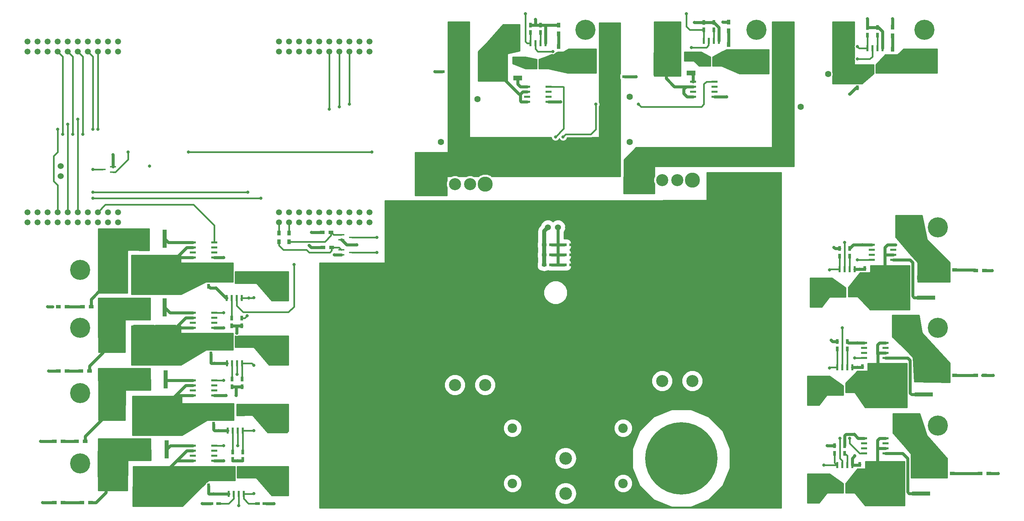
<source format=gbr>
G04 #@! TF.GenerationSoftware,KiCad,Pcbnew,(5.0.2)-1*
G04 #@! TF.CreationDate,2019-03-05T00:25:16-06:00*
G04 #@! TF.ProjectId,PowerBoard_Hardware,506f7765-7242-46f6-9172-645f48617264,rev?*
G04 #@! TF.SameCoordinates,Original*
G04 #@! TF.FileFunction,Copper,L1,Top*
G04 #@! TF.FilePolarity,Positive*
%FSLAX46Y46*%
G04 Gerber Fmt 4.6, Leading zero omitted, Abs format (unit mm)*
G04 Created by KiCad (PCBNEW (5.0.2)-1) date 3/5/2019 12:25:16 AM*
%MOMM*%
%LPD*%
G01*
G04 APERTURE LIST*
G04 #@! TA.AperFunction,ComponentPad*
%ADD10C,3.048000*%
G04 #@! TD*
G04 #@! TA.AperFunction,ComponentPad*
%ADD11C,3.810000*%
G04 #@! TD*
G04 #@! TA.AperFunction,SMDPad,CuDef*
%ADD12R,0.900000X1.200000*%
G04 #@! TD*
G04 #@! TA.AperFunction,SMDPad,CuDef*
%ADD13R,1.200000X0.750000*%
G04 #@! TD*
G04 #@! TA.AperFunction,SMDPad,CuDef*
%ADD14R,0.750000X1.200000*%
G04 #@! TD*
G04 #@! TA.AperFunction,ComponentPad*
%ADD15R,3.200000X3.200000*%
G04 #@! TD*
G04 #@! TA.AperFunction,ComponentPad*
%ADD16O,3.200000X3.200000*%
G04 #@! TD*
G04 #@! TA.AperFunction,SMDPad,CuDef*
%ADD17R,1.200000X0.900000*%
G04 #@! TD*
G04 #@! TA.AperFunction,ComponentPad*
%ADD18C,2.400000*%
G04 #@! TD*
G04 #@! TA.AperFunction,ComponentPad*
%ADD19R,2.400000X2.400000*%
G04 #@! TD*
G04 #@! TA.AperFunction,ComponentPad*
%ADD20C,1.524000*%
G04 #@! TD*
G04 #@! TA.AperFunction,ComponentPad*
%ADD21C,5.080000*%
G04 #@! TD*
G04 #@! TA.AperFunction,SMDPad,CuDef*
%ADD22R,1.500000X0.450000*%
G04 #@! TD*
G04 #@! TA.AperFunction,SMDPad,CuDef*
%ADD23R,4.600000X1.100000*%
G04 #@! TD*
G04 #@! TA.AperFunction,SMDPad,CuDef*
%ADD24R,9.400000X10.800000*%
G04 #@! TD*
G04 #@! TA.AperFunction,SMDPad,CuDef*
%ADD25R,4.550000X5.250000*%
G04 #@! TD*
G04 #@! TA.AperFunction,SMDPad,CuDef*
%ADD26R,5.250000X4.550000*%
G04 #@! TD*
G04 #@! TA.AperFunction,SMDPad,CuDef*
%ADD27R,10.800000X9.400000*%
G04 #@! TD*
G04 #@! TA.AperFunction,SMDPad,CuDef*
%ADD28R,1.100000X4.600000*%
G04 #@! TD*
G04 #@! TA.AperFunction,ComponentPad*
%ADD29C,1.520000*%
G04 #@! TD*
G04 #@! TA.AperFunction,ComponentPad*
%ADD30C,2.819400*%
G04 #@! TD*
G04 #@! TA.AperFunction,SMDPad,CuDef*
%ADD31R,1.550000X0.600000*%
G04 #@! TD*
G04 #@! TA.AperFunction,SMDPad,CuDef*
%ADD32R,0.600000X1.550000*%
G04 #@! TD*
G04 #@! TA.AperFunction,SMDPad,CuDef*
%ADD33R,3.050000X2.750000*%
G04 #@! TD*
G04 #@! TA.AperFunction,SMDPad,CuDef*
%ADD34R,6.400000X5.800000*%
G04 #@! TD*
G04 #@! TA.AperFunction,SMDPad,CuDef*
%ADD35R,2.200000X1.200000*%
G04 #@! TD*
G04 #@! TA.AperFunction,ComponentPad*
%ADD36C,1.600000*%
G04 #@! TD*
G04 #@! TA.AperFunction,ComponentPad*
%ADD37R,1.600000X1.600000*%
G04 #@! TD*
G04 #@! TA.AperFunction,ComponentPad*
%ADD38C,18.288000*%
G04 #@! TD*
G04 #@! TA.AperFunction,ViaPad*
%ADD39C,0.800000*%
G04 #@! TD*
G04 #@! TA.AperFunction,Conductor*
%ADD40C,0.381000*%
G04 #@! TD*
G04 #@! TA.AperFunction,Conductor*
%ADD41C,0.762000*%
G04 #@! TD*
G04 #@! TA.AperFunction,Conductor*
%ADD42C,1.016000*%
G04 #@! TD*
G04 #@! TA.AperFunction,Conductor*
%ADD43C,0.254000*%
G04 #@! TD*
G04 APERTURE END LIST*
D10*
G04 #@! TO.P,Dahlbot,5*
G04 #@! TO.N,GND*
X156210000Y-56388000D03*
G04 #@! TO.P,Dahlbot,6*
G04 #@! TO.N,N/C*
X152400000Y-56388000D03*
G04 #@! TO.P,Dahlbot,7*
G04 #@! TO.N,Net-(C10-Pad1)*
X148590000Y-56388000D03*
D11*
G04 #@! TO.P,Dahlbot,8*
X144780000Y-56388000D03*
G04 #@! TO.P,Dahlbot,4*
G04 #@! TO.N,GND*
X160020000Y-56388000D03*
D10*
G04 #@! TO.P,Dahlbot,1*
G04 #@! TO.N,PVDD*
X144780000Y-107188000D03*
G04 #@! TO.P,Dahlbot,2*
G04 #@! TO.N,Net-(CONV1-Pad2)*
X152400000Y-107188000D03*
G04 #@! TO.P,Dahlbot,3*
G04 #@! TO.N,GND*
X160020000Y-107188000D03*
G04 #@! TD*
G04 #@! TO.P,The Van,5*
G04 #@! TO.N,GND*
X208534000Y-55372000D03*
G04 #@! TO.P,The Van,6*
G04 #@! TO.N,N/C*
X204724000Y-55372000D03*
G04 #@! TO.P,The Van,7*
G04 #@! TO.N,Net-(C11-Pad1)*
X200914000Y-55372000D03*
D11*
G04 #@! TO.P,The Van,8*
X197104000Y-55372000D03*
G04 #@! TO.P,The Van,4*
G04 #@! TO.N,GND*
X212344000Y-55372000D03*
D10*
G04 #@! TO.P,The Van,1*
G04 #@! TO.N,PVDD*
X197104000Y-106172000D03*
G04 #@! TO.P,The Van,2*
G04 #@! TO.N,Net-(CONV2-Pad2)*
X204724000Y-106172000D03*
G04 #@! TO.P,The Van,3*
G04 #@! TO.N,GND*
X212344000Y-106172000D03*
G04 #@! TD*
D12*
G04 #@! TO.P,R9,2*
G04 #@! TO.N,Net-(Conn3-Pad2)*
X221488000Y-23325000D03*
G04 #@! TO.P,R9,1*
G04 #@! TO.N,Net-(D3-Pad2)*
X221488000Y-21125000D03*
G04 #@! TD*
D13*
G04 #@! TO.P,C15,2*
G04 #@! TO.N,GND*
X176845000Y-71755000D03*
G04 #@! TO.P,C15,1*
G04 #@! TO.N,+3.3VA*
X174945000Y-71755000D03*
G04 #@! TD*
G04 #@! TO.P,C19,2*
G04 #@! TO.N,GND*
X180025000Y-71755000D03*
G04 #@! TO.P,C19,1*
G04 #@! TO.N,PVDD*
X181925000Y-71755000D03*
G04 #@! TD*
D14*
G04 #@! TO.P,C21,1*
G04 #@! TO.N,+3.3VA*
X171450000Y-18095000D03*
G04 #@! TO.P,C21,2*
G04 #@! TO.N,GND*
X171450000Y-16195000D03*
G04 #@! TD*
G04 #@! TO.P,C24,1*
G04 #@! TO.N,GND*
X215265000Y-15494000D03*
G04 #@! TO.P,C24,2*
G04 #@! TO.N,+3.3VA*
X215265000Y-17394000D03*
G04 #@! TD*
G04 #@! TO.P,C25,1*
G04 #@! TO.N,GND*
X256540000Y-16830000D03*
G04 #@! TO.P,C25,2*
G04 #@! TO.N,+3.3VA*
X256540000Y-18730000D03*
G04 #@! TD*
G04 #@! TO.P,C27,1*
G04 #@! TO.N,Net-(C27-Pad1)*
X255905000Y-79690000D03*
G04 #@! TO.P,C27,2*
G04 #@! TO.N,GND*
X255905000Y-77790000D03*
G04 #@! TD*
G04 #@! TO.P,C28,1*
G04 #@! TO.N,Net-(C28-Pad1)*
X255270000Y-104455000D03*
G04 #@! TO.P,C28,2*
G04 #@! TO.N,GND*
X255270000Y-102555000D03*
G04 #@! TD*
G04 #@! TO.P,C29,2*
G04 #@! TO.N,GND*
X254635000Y-127320000D03*
G04 #@! TO.P,C29,1*
G04 #@! TO.N,Net-(C29-Pad1)*
X254635000Y-129220000D03*
G04 #@! TD*
G04 #@! TO.P,C32,1*
G04 #@! TO.N,GND*
X249555000Y-72710000D03*
G04 #@! TO.P,C32,2*
G04 #@! TO.N,+3.3VA*
X249555000Y-74610000D03*
G04 #@! TD*
G04 #@! TO.P,C35,2*
G04 #@! TO.N,+3.3VA*
X248920000Y-98105000D03*
G04 #@! TO.P,C35,1*
G04 #@! TO.N,GND*
X248920000Y-96205000D03*
G04 #@! TD*
G04 #@! TO.P,C37,2*
G04 #@! TO.N,+3.3VA*
X248285000Y-124460000D03*
G04 #@! TO.P,C37,1*
G04 #@! TO.N,GND*
X248285000Y-122560000D03*
G04 #@! TD*
G04 #@! TO.P,C38,2*
G04 #@! TO.N,GND*
X90170000Y-132710000D03*
G04 #@! TO.P,C38,1*
G04 #@! TO.N,Net-(C38-Pad1)*
X90170000Y-130810000D03*
G04 #@! TD*
G04 #@! TO.P,C39,1*
G04 #@! TO.N,Net-(C39-Pad1)*
X91440000Y-115255000D03*
G04 #@! TO.P,C39,2*
G04 #@! TO.N,GND*
X91440000Y-117155000D03*
G04 #@! TD*
G04 #@! TO.P,C40,1*
G04 #@! TO.N,Net-(C40-Pad1)*
X90805000Y-97475000D03*
G04 #@! TO.P,C40,2*
G04 #@! TO.N,GND*
X90805000Y-99375000D03*
G04 #@! TD*
G04 #@! TO.P,C41,2*
G04 #@! TO.N,GND*
X90170000Y-82230000D03*
G04 #@! TO.P,C41,1*
G04 #@! TO.N,Net-(C41-Pad1)*
X90170000Y-80330000D03*
G04 #@! TD*
D13*
G04 #@! TO.P,C43,1*
G04 #@! TO.N,GND*
X104455000Y-137160000D03*
G04 #@! TO.P,C43,2*
G04 #@! TO.N,+3.3VA*
X102555000Y-137160000D03*
G04 #@! TD*
D14*
G04 #@! TO.P,C47,2*
G04 #@! TO.N,+3.3VA*
X98806000Y-124145000D03*
G04 #@! TO.P,C47,1*
G04 #@! TO.N,GND*
X98806000Y-126045000D03*
G04 #@! TD*
G04 #@! TO.P,C48,1*
G04 #@! TO.N,GND*
X98552000Y-92212200D03*
G04 #@! TO.P,C48,2*
G04 #@! TO.N,+3.3VA*
X98552000Y-90312200D03*
G04 #@! TD*
G04 #@! TO.P,C49,1*
G04 #@! TO.N,GND*
X98679000Y-107630000D03*
G04 #@! TO.P,C49,2*
G04 #@! TO.N,+3.3VA*
X98679000Y-105730000D03*
G04 #@! TD*
D15*
G04 #@! TO.P,D12,1*
G04 #@! TO.N,PVDD*
X175260000Y-125730000D03*
D16*
G04 #@! TO.P,D12,2*
G04 #@! TO.N,GND*
X180340000Y-125730000D03*
G04 #@! TD*
G04 #@! TO.P,D13,2*
G04 #@! TO.N,GND*
X180340000Y-134620000D03*
D15*
G04 #@! TO.P,D13,1*
G04 #@! TO.N,PVDD*
X175260000Y-134620000D03*
G04 #@! TD*
D17*
G04 #@! TO.P,R3,1*
G04 #@! TO.N,Net-(Q1-Pad1)*
X121285000Y-72390000D03*
G04 #@! TO.P,R3,2*
G04 #@! TO.N,GND*
X119085000Y-72390000D03*
G04 #@! TD*
G04 #@! TO.P,R4,2*
G04 #@! TO.N,Net-(Q2-Pad1)*
X121115000Y-68580000D03*
G04 #@! TO.P,R4,1*
G04 #@! TO.N,GND*
X118915000Y-68580000D03*
G04 #@! TD*
D13*
G04 #@! TO.P,C13,2*
G04 #@! TO.N,GND*
X176845000Y-74295000D03*
G04 #@! TO.P,C13,1*
G04 #@! TO.N,+3.3VA*
X174945000Y-74295000D03*
G04 #@! TD*
G04 #@! TO.P,C18,1*
G04 #@! TO.N,PVDD*
X181925000Y-74295000D03*
G04 #@! TO.P,C18,2*
G04 #@! TO.N,GND*
X180025000Y-74295000D03*
G04 #@! TD*
D12*
G04 #@! TO.P,R1,2*
G04 #@! TO.N,LOGIC\005CCOM_CTL*
X107950000Y-68750000D03*
G04 #@! TO.P,R1,1*
G04 #@! TO.N,Net-(Q1-Pad1)*
X107950000Y-70950000D03*
G04 #@! TD*
G04 #@! TO.P,R2,1*
G04 #@! TO.N,Net-(Q2-Pad1)*
X110490000Y-70950000D03*
G04 #@! TO.P,R2,2*
G04 #@! TO.N,ACT_CTL*
X110490000Y-68750000D03*
G04 #@! TD*
G04 #@! TO.P,R7,2*
G04 #@! TO.N,Net-(Conn1-Pad2)*
X262890000Y-24468000D03*
G04 #@! TO.P,R7,1*
G04 #@! TO.N,Net-(D1-Pad2)*
X262890000Y-22268000D03*
G04 #@! TD*
G04 #@! TO.P,R8,2*
G04 #@! TO.N,Net-(Conn2-Pad2)*
X178562000Y-23790000D03*
G04 #@! TO.P,R8,1*
G04 #@! TO.N,Net-(D2-Pad2)*
X178562000Y-21590000D03*
G04 #@! TD*
D18*
G04 #@! TO.P,C1,2*
G04 #@! TO.N,GND*
X194865000Y-132080000D03*
D19*
G04 #@! TO.P,C1,1*
G04 #@! TO.N,PVDD*
X189865000Y-132080000D03*
G04 #@! TD*
G04 #@! TO.P,C2,1*
G04 #@! TO.N,PVDD*
X161925000Y-132080000D03*
D18*
G04 #@! TO.P,C2,2*
G04 #@! TO.N,GND*
X166925000Y-132080000D03*
G04 #@! TD*
G04 #@! TO.P,C3,2*
G04 #@! TO.N,GND*
X194865000Y-118110000D03*
D19*
G04 #@! TO.P,C3,1*
G04 #@! TO.N,PVDD*
X189865000Y-118110000D03*
G04 #@! TD*
G04 #@! TO.P,C5,1*
G04 #@! TO.N,PVDD*
X161925000Y-118110000D03*
D18*
G04 #@! TO.P,C5,2*
G04 #@! TO.N,GND*
X166925000Y-118110000D03*
G04 #@! TD*
D13*
G04 #@! TO.P,C12,2*
G04 #@! TO.N,GND*
X176845000Y-76835000D03*
G04 #@! TO.P,C12,1*
G04 #@! TO.N,+3.3VA*
X174945000Y-76835000D03*
G04 #@! TD*
G04 #@! TO.P,C17,1*
G04 #@! TO.N,PVDD*
X181925000Y-76835000D03*
G04 #@! TO.P,C17,2*
G04 #@! TO.N,GND*
X180025000Y-76835000D03*
G04 #@! TD*
D14*
G04 #@! TO.P,C20,1*
G04 #@! TO.N,Net-(C20-Pad1)*
X173990000Y-18095000D03*
G04 #@! TO.P,C20,2*
G04 #@! TO.N,GND*
X173990000Y-16195000D03*
G04 #@! TD*
G04 #@! TO.P,C22,2*
G04 #@! TO.N,GND*
X217805000Y-15494000D03*
G04 #@! TO.P,C22,1*
G04 #@! TO.N,Net-(C22-Pad1)*
X217805000Y-17394000D03*
G04 #@! TD*
G04 #@! TO.P,C23,2*
G04 #@! TO.N,GND*
X259080000Y-16830000D03*
G04 #@! TO.P,C23,1*
G04 #@! TO.N,Net-(C23-Pad1)*
X259080000Y-18730000D03*
G04 #@! TD*
G04 #@! TO.P,C30,2*
G04 #@! TO.N,Net-(C30-Pad2)*
X252095000Y-74610000D03*
G04 #@! TO.P,C30,1*
G04 #@! TO.N,GND*
X252095000Y-72710000D03*
G04 #@! TD*
G04 #@! TO.P,C33,1*
G04 #@! TO.N,GND*
X250825000Y-122555000D03*
G04 #@! TO.P,C33,2*
G04 #@! TO.N,Net-(C33-Pad2)*
X250825000Y-124455000D03*
G04 #@! TD*
G04 #@! TO.P,C36,1*
G04 #@! TO.N,GND*
X251460000Y-96205000D03*
G04 #@! TO.P,C36,2*
G04 #@! TO.N,Net-(C36-Pad2)*
X251460000Y-98105000D03*
G04 #@! TD*
G04 #@! TO.P,C42,1*
G04 #@! TO.N,GND*
X96266000Y-126045000D03*
G04 #@! TO.P,C42,2*
G04 #@! TO.N,Net-(C42-Pad2)*
X96266000Y-124145000D03*
G04 #@! TD*
D13*
G04 #@! TO.P,C44,2*
G04 #@! TO.N,Net-(C44-Pad2)*
X92710000Y-137160000D03*
G04 #@! TO.P,C44,1*
G04 #@! TO.N,GND*
X90810000Y-137160000D03*
G04 #@! TD*
D14*
G04 #@! TO.P,C45,2*
G04 #@! TO.N,Net-(C45-Pad2)*
X96012000Y-90297000D03*
G04 #@! TO.P,C45,1*
G04 #@! TO.N,GND*
X96012000Y-92197000D03*
G04 #@! TD*
G04 #@! TO.P,C46,2*
G04 #@! TO.N,Net-(C46-Pad2)*
X96139000Y-105730000D03*
G04 #@! TO.P,C46,1*
G04 #@! TO.N,GND*
X96139000Y-107630000D03*
G04 #@! TD*
D13*
G04 #@! TO.P,C4,2*
G04 #@! TO.N,GND*
X149230000Y-27940000D03*
G04 #@! TO.P,C4,1*
G04 #@! TO.N,Net-(C10-Pad1)*
X151130000Y-27940000D03*
G04 #@! TD*
G04 #@! TO.P,C7,1*
G04 #@! TO.N,GND*
X195260000Y-29210000D03*
G04 #@! TO.P,C7,2*
G04 #@! TO.N,Net-(C10-Pad1)*
X193360000Y-29210000D03*
G04 #@! TD*
D14*
G04 #@! TO.P,C14,2*
G04 #@! TO.N,GND*
X254000000Y-32065000D03*
G04 #@! TO.P,C14,1*
G04 #@! TO.N,Net-(C14-Pad1)*
X254000000Y-30165000D03*
G04 #@! TD*
D20*
G04 #@! TO.P,3V3FAN1,1*
G04 #@! TO.N,Net-(3V3FAN1-Pad1)*
X52832000Y-54356000D03*
G04 #@! TO.P,3V3FAN1,2*
G04 #@! TO.N,+3.3VA*
X52832000Y-51816000D03*
G04 #@! TD*
D17*
G04 #@! TO.P,R10,1*
G04 #@! TO.N,Net-(D5-Pad2)*
X277960000Y-129540000D03*
G04 #@! TO.P,R10,2*
G04 #@! TO.N,Net-(Conn7-Pad2)*
X275760000Y-129540000D03*
G04 #@! TD*
G04 #@! TO.P,R12,2*
G04 #@! TO.N,Net-(Conn5-Pad2)*
X276395000Y-78105000D03*
G04 #@! TO.P,R12,1*
G04 #@! TO.N,Net-(D6-Pad2)*
X278595000Y-78105000D03*
G04 #@! TD*
G04 #@! TO.P,R13,2*
G04 #@! TO.N,Net-(Conn6-Pad2)*
X276395000Y-104775000D03*
G04 #@! TO.P,R13,1*
G04 #@! TO.N,Net-(D7-Pad2)*
X278595000Y-104775000D03*
G04 #@! TD*
G04 #@! TO.P,R14,1*
G04 #@! TO.N,Net-(D8-Pad2)*
X58166000Y-136906000D03*
G04 #@! TO.P,R14,2*
G04 #@! TO.N,Net-(Conn11-Pad2)*
X60366000Y-136906000D03*
G04 #@! TD*
G04 #@! TO.P,R15,1*
G04 #@! TO.N,Net-(D9-Pad2)*
X56812000Y-121412000D03*
G04 #@! TO.P,R15,2*
G04 #@! TO.N,Net-(Conn10-Pad2)*
X59012000Y-121412000D03*
G04 #@! TD*
G04 #@! TO.P,R16,1*
G04 #@! TO.N,Net-(D10-Pad2)*
X57912000Y-103632000D03*
G04 #@! TO.P,R16,2*
G04 #@! TO.N,Net-(Conn9-Pad2)*
X60112000Y-103632000D03*
G04 #@! TD*
G04 #@! TO.P,R17,2*
G04 #@! TO.N,Net-(Conn8-Pad2)*
X60536000Y-87376000D03*
G04 #@! TO.P,R17,1*
G04 #@! TO.N,Net-(D11-Pad2)*
X58336000Y-87376000D03*
G04 #@! TD*
D21*
G04 #@! TO.P,Conn5,2*
G04 #@! TO.N,Net-(Conn5-Pad2)*
X266446000Y-67310000D03*
G04 #@! TO.P,Conn5,1*
G04 #@! TO.N,GND*
X274320000Y-67310000D03*
G04 #@! TD*
G04 #@! TO.P,Conn6,2*
G04 #@! TO.N,Net-(Conn6-Pad2)*
X266446000Y-92710000D03*
G04 #@! TO.P,Conn6,1*
G04 #@! TO.N,GND*
X274320000Y-92710000D03*
G04 #@! TD*
G04 #@! TO.P,Conn7,2*
G04 #@! TO.N,Net-(Conn7-Pad2)*
X266446000Y-117475000D03*
G04 #@! TO.P,Conn7,1*
G04 #@! TO.N,GND*
X274320000Y-117475000D03*
G04 #@! TD*
G04 #@! TO.P,Conn8,1*
G04 #@! TO.N,GND*
X57785000Y-78105000D03*
G04 #@! TO.P,Conn8,2*
G04 #@! TO.N,Net-(Conn8-Pad2)*
X65659000Y-78105000D03*
G04 #@! TD*
G04 #@! TO.P,Conn9,2*
G04 #@! TO.N,Net-(Conn9-Pad2)*
X65659000Y-92710000D03*
G04 #@! TO.P,Conn9,1*
G04 #@! TO.N,GND*
X57785000Y-92710000D03*
G04 #@! TD*
G04 #@! TO.P,Conn10,1*
G04 #@! TO.N,GND*
X57785000Y-109220000D03*
G04 #@! TO.P,Conn10,2*
G04 #@! TO.N,Net-(Conn10-Pad2)*
X65659000Y-109220000D03*
G04 #@! TD*
G04 #@! TO.P,Conn11,2*
G04 #@! TO.N,Net-(Conn11-Pad2)*
X65659000Y-127000000D03*
G04 #@! TO.P,Conn11,1*
G04 #@! TO.N,GND*
X57785000Y-127000000D03*
G04 #@! TD*
D12*
G04 #@! TO.P,D1,2*
G04 #@! TO.N,Net-(D1-Pad2)*
X262890000Y-18880000D03*
G04 #@! TO.P,D1,1*
G04 #@! TO.N,GND*
X262890000Y-16680000D03*
G04 #@! TD*
G04 #@! TO.P,D2,2*
G04 #@! TO.N,Net-(D2-Pad2)*
X178562000Y-18415000D03*
G04 #@! TO.P,D2,1*
G04 #@! TO.N,GND*
X178562000Y-16215000D03*
G04 #@! TD*
G04 #@! TO.P,D3,1*
G04 #@! TO.N,GND*
X221488000Y-15410000D03*
G04 #@! TO.P,D3,2*
G04 #@! TO.N,Net-(D3-Pad2)*
X221488000Y-17610000D03*
G04 #@! TD*
D17*
G04 #@! TO.P,D5,1*
G04 #@! TO.N,GND*
X287188000Y-129540000D03*
G04 #@! TO.P,D5,2*
G04 #@! TO.N,Net-(D5-Pad2)*
X284988000Y-129540000D03*
G04 #@! TD*
G04 #@! TO.P,D6,1*
G04 #@! TO.N,GND*
X286088000Y-78232000D03*
G04 #@! TO.P,D6,2*
G04 #@! TO.N,Net-(D6-Pad2)*
X283888000Y-78232000D03*
G04 #@! TD*
G04 #@! TO.P,D7,2*
G04 #@! TO.N,Net-(D7-Pad2)*
X283888000Y-104775000D03*
G04 #@! TO.P,D7,1*
G04 #@! TO.N,GND*
X286088000Y-104775000D03*
G04 #@! TD*
G04 #@! TO.P,D8,1*
G04 #@! TO.N,GND*
X51224000Y-136906000D03*
G04 #@! TO.P,D8,2*
G04 #@! TO.N,Net-(D8-Pad2)*
X53424000Y-136906000D03*
G04 #@! TD*
G04 #@! TO.P,D9,1*
G04 #@! TO.N,GND*
X51224000Y-121412000D03*
G04 #@! TO.P,D9,2*
G04 #@! TO.N,Net-(D9-Pad2)*
X53424000Y-121412000D03*
G04 #@! TD*
G04 #@! TO.P,D10,2*
G04 #@! TO.N,Net-(D10-Pad2)*
X54440000Y-103632000D03*
G04 #@! TO.P,D10,1*
G04 #@! TO.N,GND*
X52240000Y-103632000D03*
G04 #@! TD*
G04 #@! TO.P,D11,2*
G04 #@! TO.N,Net-(D11-Pad2)*
X54440000Y-87376000D03*
G04 #@! TO.P,D11,1*
G04 #@! TO.N,GND*
X52240000Y-87376000D03*
G04 #@! TD*
D22*
G04 #@! TO.P,Q1,3*
G04 #@! TO.N,Net-(CONV1-Pad2)*
X126425000Y-73660000D03*
G04 #@! TO.P,Q1,2*
G04 #@! TO.N,GND*
X123765000Y-74310000D03*
G04 #@! TO.P,Q1,1*
G04 #@! TO.N,Net-(Q1-Pad1)*
X123765000Y-73010000D03*
G04 #@! TD*
G04 #@! TO.P,Q2,1*
G04 #@! TO.N,Net-(Q2-Pad1)*
X123765000Y-69200000D03*
G04 #@! TO.P,Q2,2*
G04 #@! TO.N,GND*
X123765000Y-70500000D03*
G04 #@! TO.P,Q2,3*
G04 #@! TO.N,Net-(CONV2-Pad2)*
X126425000Y-69850000D03*
G04 #@! TD*
G04 #@! TO.P,Q3,3*
G04 #@! TO.N,Net-(3V3FAN1-Pad1)*
X63440000Y-52705000D03*
G04 #@! TO.P,Q3,2*
G04 #@! TO.N,GND*
X66100000Y-52055000D03*
G04 #@! TO.P,Q3,1*
G04 #@! TO.N,FAN_CTL*
X66100000Y-53355000D03*
G04 #@! TD*
D23*
G04 #@! TO.P,Q6,1*
G04 #@! TO.N,Net-(Q6-Pad1)*
X271405000Y-85090000D03*
G04 #@! TO.P,Q6,3*
G04 #@! TO.N,Net-(Conn5-Pad2)*
X271405000Y-80010000D03*
D24*
G04 #@! TO.P,Q6,2*
G04 #@! TO.N,Net-(C27-Pad1)*
X262255000Y-82550000D03*
D25*
X259830000Y-79775000D03*
X264680000Y-85325000D03*
X259830000Y-85325000D03*
X264680000Y-79775000D03*
G04 #@! TD*
D23*
G04 #@! TO.P,Q7,1*
G04 #@! TO.N,Net-(Q7-Pad1)*
X270135000Y-134620000D03*
G04 #@! TO.P,Q7,3*
G04 #@! TO.N,Net-(Conn7-Pad2)*
X270135000Y-129540000D03*
D24*
G04 #@! TO.P,Q7,2*
G04 #@! TO.N,Net-(C29-Pad1)*
X260985000Y-132080000D03*
D25*
X258560000Y-129305000D03*
X263410000Y-134855000D03*
X258560000Y-134855000D03*
X263410000Y-129305000D03*
G04 #@! TD*
G04 #@! TO.P,Q9,2*
G04 #@! TO.N,Net-(C28-Pad1)*
X264045000Y-104305000D03*
X259195000Y-109855000D03*
X264045000Y-109855000D03*
X259195000Y-104305000D03*
D24*
X261620000Y-107080000D03*
D23*
G04 #@! TO.P,Q9,3*
G04 #@! TO.N,Net-(Conn6-Pad2)*
X270770000Y-104540000D03*
G04 #@! TO.P,Q9,1*
G04 #@! TO.N,Net-(Q9-Pad1)*
X270770000Y-109620000D03*
G04 #@! TD*
D26*
G04 #@! TO.P,Q10,2*
G04 #@! TO.N,Net-(C38-Pad1)*
X74295000Y-130175000D03*
X79845000Y-135025000D03*
X79845000Y-130175000D03*
X74295000Y-135025000D03*
D27*
X77070000Y-132600000D03*
D28*
G04 #@! TO.P,Q10,3*
G04 #@! TO.N,Net-(Conn11-Pad2)*
X74530000Y-123450000D03*
G04 #@! TO.P,Q10,1*
G04 #@! TO.N,Net-(Q10-Pad1)*
X79610000Y-123450000D03*
G04 #@! TD*
G04 #@! TO.P,Q11,1*
G04 #@! TO.N,Net-(Q11-Pad1)*
X79375000Y-105785000D03*
G04 #@! TO.P,Q11,3*
G04 #@! TO.N,Net-(Conn10-Pad2)*
X74295000Y-105785000D03*
D27*
G04 #@! TO.P,Q11,2*
G04 #@! TO.N,Net-(C39-Pad1)*
X76835000Y-114935000D03*
D26*
X74060000Y-117360000D03*
X79610000Y-112510000D03*
X79610000Y-117360000D03*
X74060000Y-112510000D03*
G04 #@! TD*
G04 #@! TO.P,Q12,2*
G04 #@! TO.N,Net-(C41-Pad1)*
X73825000Y-76950000D03*
X79375000Y-81800000D03*
X79375000Y-76950000D03*
X73825000Y-81800000D03*
D27*
X76600000Y-79375000D03*
D28*
G04 #@! TO.P,Q12,3*
G04 #@! TO.N,Net-(Conn8-Pad2)*
X74060000Y-70225000D03*
G04 #@! TO.P,Q12,1*
G04 #@! TO.N,Net-(Q12-Pad1)*
X79140000Y-70225000D03*
G04 #@! TD*
D26*
G04 #@! TO.P,Q13,2*
G04 #@! TO.N,Net-(C40-Pad1)*
X73825000Y-94295000D03*
X79375000Y-99145000D03*
X79375000Y-94295000D03*
X73825000Y-99145000D03*
D27*
X76600000Y-96720000D03*
D28*
G04 #@! TO.P,Q13,3*
G04 #@! TO.N,Net-(Conn9-Pad2)*
X74060000Y-87570000D03*
G04 #@! TO.P,Q13,1*
G04 #@! TO.N,Net-(Q13-Pad1)*
X79140000Y-87570000D03*
G04 #@! TD*
D29*
G04 #@! TO.P,U1,+3V3*
G04 #@! TO.N,+3.3VA*
X67310000Y-20320000D03*
G04 #@! TO.P,U1,PM6*
G04 #@! TO.N,N/C*
X44450000Y-66040000D03*
G04 #@! TO.P,U1,PQ1*
X46990000Y-66040000D03*
G04 #@! TO.P,U1,PQ2*
X54610000Y-66040000D03*
G04 #@! TO.P,U1,PK0*
G04 #@! TO.N,AUX_IMEAS*
X57150000Y-22860000D03*
G04 #@! TO.P,U1,PQ3*
G04 #@! TO.N,N/C*
X52070000Y-66040000D03*
G04 #@! TO.P,U1,PP3*
X49530000Y-66040000D03*
G04 #@! TO.P,U1,PQ0*
X52070000Y-20320000D03*
G04 #@! TO.P,U1,PA4*
X46990000Y-22860000D03*
G04 #@! TO.P,U1,Rese*
G04 #@! TO.N,Net-(U1-PadRese)*
X57150000Y-66040000D03*
G04 #@! TO.P,U1,PA7*
G04 #@! TO.N,N/C*
X59690000Y-66040000D03*
G04 #@! TO.P,U1,PN5*
X46990000Y-20320000D03*
G04 #@! TO.P,U1,PK2*
G04 #@! TO.N,MM_IMEAS*
X52070000Y-22860000D03*
G04 #@! TO.P,U1,PK1*
G04 #@! TO.N,BM_IMEAS*
X54610000Y-22860000D03*
G04 #@! TO.P,U1,+5V*
G04 #@! TO.N,Net-(U1-Pad+5V)*
X67310000Y-22860000D03*
G04 #@! TO.P,U1,GND*
G04 #@! TO.N,GND*
X64770000Y-22860000D03*
G04 #@! TO.P,U1,PB4*
G04 #@! TO.N,GE_IMEAS*
X62230000Y-22860000D03*
G04 #@! TO.P,U1,PB5*
G04 #@! TO.N,ROCKET_IMEAS*
X59690000Y-22860000D03*
G04 #@! TO.P,U1,PK3*
G04 #@! TO.N,FM_IMEAS*
X49530000Y-22860000D03*
G04 #@! TO.P,U1,PA5*
G04 #@! TO.N,N/C*
X44450000Y-22860000D03*
G04 #@! TO.P,U1,PD2*
X64770000Y-20320000D03*
G04 #@! TO.P,U1,PP0*
X62230000Y-20320000D03*
G04 #@! TO.P,U1,PP1*
X59690000Y-20320000D03*
G04 #@! TO.P,U1,PD4*
X57150000Y-20320000D03*
G04 #@! TO.P,U1,PD5*
X54610000Y-20320000D03*
G04 #@! TO.P,U1,PP4*
X49530000Y-20320000D03*
G04 #@! TO.P,U1,PN4*
X44450000Y-20320000D03*
G04 #@! TO.P,U1,PG1*
X67310000Y-63500000D03*
G04 #@! TO.P,U1,PK4*
X64770000Y-63500000D03*
G04 #@! TO.P,U1,PK5*
G04 #@! TO.N,EM_CTL*
X62230000Y-63500000D03*
G04 #@! TO.P,U1,PM0*
G04 #@! TO.N,N/C*
X59690000Y-63500000D03*
G04 #@! TO.P,U1,PM1*
G04 #@! TO.N,GE_CTL*
X57150000Y-63500000D03*
G04 #@! TO.P,U1,PM2*
G04 #@! TO.N,ROCKET_CTL*
X54610000Y-63500000D03*
G04 #@! TO.P,U1,PH0*
G04 #@! TO.N,AUX_CTL*
X52070000Y-63500000D03*
G04 #@! TO.P,U1,PH1*
G04 #@! TO.N,BM_CTL*
X49530000Y-63500000D03*
G04 #@! TO.P,U1,PK6*
G04 #@! TO.N,MM_CTL*
X46990000Y-63500000D03*
G04 #@! TO.P,U1,PK7*
G04 #@! TO.N,FM_CTL*
X44450000Y-63500000D03*
G04 #@! TO.P,U1,GND*
G04 #@! TO.N,GND*
X67310000Y-66040000D03*
G04 #@! TO.P,U1,PM7*
G04 #@! TO.N,N/C*
X64770000Y-66040000D03*
G04 #@! TO.P,U1,PP5*
X62230000Y-66040000D03*
G04 #@! TO.P,U1,+5V*
G04 #@! TO.N,Net-(U1-Pad+5V)*
X130810000Y-22860000D03*
G04 #@! TO.P,U1,GND*
G04 #@! TO.N,GND*
X128270000Y-22860000D03*
G04 #@! TO.P,U1,PE0*
G04 #@! TO.N,COM_IMEAS*
X125730000Y-22860000D03*
G04 #@! TO.P,U1,PE1*
G04 #@! TO.N,LOGIC_IMEAS*
X123190000Y-22860000D03*
G04 #@! TO.P,U1,PE2*
G04 #@! TO.N,ACT_IMEAS*
X120650000Y-22860000D03*
G04 #@! TO.P,U1,PE3*
G04 #@! TO.N,N/C*
X118110000Y-22860000D03*
G04 #@! TO.P,U1,PD7*
X115570000Y-22860000D03*
G04 #@! TO.P,U1,PA6*
X113030000Y-22860000D03*
G04 #@! TO.P,U1,PM4*
X110490000Y-22860000D03*
G04 #@! TO.P,U1,PM5*
X107950000Y-22860000D03*
G04 #@! TO.P,U1,+3V3*
G04 #@! TO.N,+3.3VA*
X130810000Y-20320000D03*
G04 #@! TO.P,U1,PE4*
G04 #@! TO.N,N/C*
X128270000Y-20320000D03*
G04 #@! TO.P,U1,PC4*
X125730000Y-20320000D03*
G04 #@! TO.P,U1,PC5*
X123190000Y-20320000D03*
G04 #@! TO.P,U1,PC6*
X120650000Y-20320000D03*
G04 #@! TO.P,U1,PE5*
X118110000Y-20320000D03*
G04 #@! TO.P,U1,PD3*
X115570000Y-20320000D03*
G04 #@! TO.P,U1,PC7*
X113030000Y-20320000D03*
G04 #@! TO.P,U1,PB2*
X110490000Y-20320000D03*
G04 #@! TO.P,U1,PB3*
X107950000Y-20320000D03*
G04 #@! TO.P,U1,PF1*
X130810000Y-63500000D03*
G04 #@! TO.P,U1,PF2*
X128270000Y-63500000D03*
G04 #@! TO.P,U1,PF3*
X125730000Y-63500000D03*
G04 #@! TO.P,U1,PG0*
X123190000Y-63500000D03*
G04 #@! TO.P,U1,PL4*
X120650000Y-63500000D03*
G04 #@! TO.P,U1,PL5*
X118110000Y-63500000D03*
G04 #@! TO.P,U1,PL0*
X115570000Y-63500000D03*
G04 #@! TO.P,U1,PL1*
X113030000Y-63500000D03*
G04 #@! TO.P,U1,PL2*
X110490000Y-63500000D03*
G04 #@! TO.P,U1,PL3*
X107950000Y-63500000D03*
G04 #@! TO.P,U1,GND*
G04 #@! TO.N,GND*
X130810000Y-66040000D03*
G04 #@! TO.P,U1,PM3*
G04 #@! TO.N,FAN_CTL*
X128270000Y-66040000D03*
G04 #@! TO.P,U1,PH2*
G04 #@! TO.N,COM_CTL*
X125730000Y-66040000D03*
G04 #@! TO.P,U1,PH3*
G04 #@! TO.N,N/C*
X123190000Y-66040000D03*
G04 #@! TO.P,U1,Rese*
G04 #@! TO.N,Net-(U1-PadRese)*
X120650000Y-66040000D03*
G04 #@! TO.P,U1,PD1*
G04 #@! TO.N,LOGIC_CTL*
X118110000Y-66040000D03*
G04 #@! TO.P,U1,PD0*
G04 #@! TO.N,EM_IMEAS*
X115570000Y-66040000D03*
G04 #@! TO.P,U1,PN2*
G04 #@! TO.N,N/C*
X113030000Y-66040000D03*
G04 #@! TO.P,U1,PN3*
G04 #@! TO.N,ACT_CTL*
X110490000Y-66040000D03*
G04 #@! TO.P,U1,PP2*
G04 #@! TO.N,LOGIC\005CCOM_CTL*
X107950000Y-66040000D03*
G04 #@! TD*
D30*
G04 #@! TO.P,U2,2*
G04 #@! TO.N,Net-(C10-Pad1)*
X192278000Y-17526000D03*
X192278000Y-20955000D03*
G04 #@! TO.P,U2,1*
G04 #@! TO.N,Net-(Q5-Pad2)*
X205740000Y-20955000D03*
X205740000Y-17526000D03*
G04 #@! TD*
G04 #@! TO.P,U3,2*
G04 #@! TO.N,Net-(C11-Pad1)*
X236093000Y-17526000D03*
X236093000Y-20955000D03*
G04 #@! TO.P,U3,1*
G04 #@! TO.N,Net-(C14-Pad1)*
X249555000Y-20955000D03*
X249555000Y-17526000D03*
G04 #@! TD*
G04 #@! TO.P,U4,1*
G04 #@! TO.N,Net-(Q4-Pad2)*
X167005000Y-17526000D03*
X167005000Y-20955000D03*
G04 #@! TO.P,U4,2*
G04 #@! TO.N,Net-(C10-Pad1)*
X153543000Y-20955000D03*
X153543000Y-17526000D03*
G04 #@! TD*
D31*
G04 #@! TO.P,U5,1*
G04 #@! TO.N,GND*
X176055000Y-35560000D03*
G04 #@! TO.P,U5,2*
G04 #@! TO.N,N/C*
X176055000Y-34290000D03*
G04 #@! TO.P,U5,3*
X176055000Y-33020000D03*
G04 #@! TO.P,U5,4*
G04 #@! TO.N,COM_CTL*
X176055000Y-31750000D03*
G04 #@! TO.P,U5,5*
G04 #@! TO.N,Net-(Q4-Pad1)*
X170655000Y-31750000D03*
G04 #@! TO.P,U5,6*
G04 #@! TO.N,Net-(Q4-Pad2)*
X170655000Y-33020000D03*
G04 #@! TO.P,U5,7*
G04 #@! TO.N,N/C*
X170655000Y-34290000D03*
G04 #@! TO.P,U5,8*
G04 #@! TO.N,Net-(Q4-Pad2)*
X170655000Y-35560000D03*
G04 #@! TD*
G04 #@! TO.P,U6,8*
G04 #@! TO.N,Net-(Q5-Pad2)*
X212565000Y-34290000D03*
G04 #@! TO.P,U6,7*
G04 #@! TO.N,N/C*
X212565000Y-33020000D03*
G04 #@! TO.P,U6,6*
G04 #@! TO.N,Net-(Q5-Pad2)*
X212565000Y-31750000D03*
G04 #@! TO.P,U6,5*
G04 #@! TO.N,Net-(Q5-Pad1)*
X212565000Y-30480000D03*
G04 #@! TO.P,U6,4*
G04 #@! TO.N,LOGIC_CTL*
X217965000Y-30480000D03*
G04 #@! TO.P,U6,3*
G04 #@! TO.N,N/C*
X217965000Y-31750000D03*
G04 #@! TO.P,U6,2*
X217965000Y-33020000D03*
G04 #@! TO.P,U6,1*
G04 #@! TO.N,GND*
X217965000Y-34290000D03*
G04 #@! TD*
D20*
G04 #@! TO.P,U10,1*
G04 #@! TO.N,PVDD*
X180975000Y-67310000D03*
G04 #@! TO.P,U10,2*
G04 #@! TO.N,GND*
X178435000Y-67310000D03*
G04 #@! TO.P,U10,3*
G04 #@! TO.N,+3.3VA*
X175895000Y-67310000D03*
G04 #@! TD*
D31*
G04 #@! TO.P,U11,8*
G04 #@! TO.N,Net-(C27-Pad1)*
X263050000Y-71755000D03*
G04 #@! TO.P,U11,7*
G04 #@! TO.N,N/C*
X263050000Y-73025000D03*
G04 #@! TO.P,U11,6*
G04 #@! TO.N,Net-(C27-Pad1)*
X263050000Y-74295000D03*
G04 #@! TO.P,U11,5*
G04 #@! TO.N,Net-(Q6-Pad1)*
X263050000Y-75565000D03*
G04 #@! TO.P,U11,4*
G04 #@! TO.N,GE_CTL*
X257650000Y-75565000D03*
G04 #@! TO.P,U11,3*
G04 #@! TO.N,N/C*
X257650000Y-74295000D03*
G04 #@! TO.P,U11,2*
X257650000Y-73025000D03*
G04 #@! TO.P,U11,1*
G04 #@! TO.N,GND*
X257650000Y-71755000D03*
G04 #@! TD*
G04 #@! TO.P,U13,1*
G04 #@! TO.N,GND*
X255745000Y-96520000D03*
G04 #@! TO.P,U13,2*
G04 #@! TO.N,N/C*
X255745000Y-97790000D03*
G04 #@! TO.P,U13,3*
X255745000Y-99060000D03*
G04 #@! TO.P,U13,4*
G04 #@! TO.N,ROCKET_CTL*
X255745000Y-100330000D03*
G04 #@! TO.P,U13,5*
G04 #@! TO.N,Net-(Q9-Pad1)*
X261145000Y-100330000D03*
G04 #@! TO.P,U13,6*
G04 #@! TO.N,Net-(C28-Pad1)*
X261145000Y-99060000D03*
G04 #@! TO.P,U13,7*
G04 #@! TO.N,N/C*
X261145000Y-97790000D03*
G04 #@! TO.P,U13,8*
G04 #@! TO.N,Net-(C28-Pad1)*
X261145000Y-96520000D03*
G04 #@! TD*
G04 #@! TO.P,U14,1*
G04 #@! TO.N,GND*
X255745000Y-120650000D03*
G04 #@! TO.P,U14,2*
G04 #@! TO.N,N/C*
X255745000Y-121920000D03*
G04 #@! TO.P,U14,3*
X255745000Y-123190000D03*
G04 #@! TO.P,U14,4*
G04 #@! TO.N,AUX_CTL*
X255745000Y-124460000D03*
G04 #@! TO.P,U14,5*
G04 #@! TO.N,Net-(Q7-Pad1)*
X261145000Y-124460000D03*
G04 #@! TO.P,U14,6*
G04 #@! TO.N,Net-(C29-Pad1)*
X261145000Y-123190000D03*
G04 #@! TO.P,U14,7*
G04 #@! TO.N,N/C*
X261145000Y-121920000D03*
G04 #@! TO.P,U14,8*
G04 #@! TO.N,Net-(C29-Pad1)*
X261145000Y-120650000D03*
G04 #@! TD*
D30*
G04 #@! TO.P,U15,1*
G04 #@! TO.N,Net-(U15-Pad1)*
X243840000Y-82296000D03*
X243840000Y-85725000D03*
G04 #@! TO.P,U15,2*
G04 #@! TO.N,PVDD*
X230378000Y-85725000D03*
X230378000Y-82296000D03*
G04 #@! TD*
G04 #@! TO.P,U17,2*
G04 #@! TO.N,PVDD*
X229743000Y-107061000D03*
X229743000Y-110490000D03*
G04 #@! TO.P,U17,1*
G04 #@! TO.N,Net-(U17-Pad1)*
X243205000Y-110490000D03*
X243205000Y-107061000D03*
G04 #@! TD*
G04 #@! TO.P,U18,1*
G04 #@! TO.N,Net-(U18-Pad1)*
X243205000Y-131191000D03*
X243205000Y-134620000D03*
G04 #@! TO.P,U18,2*
G04 #@! TO.N,PVDD*
X229743000Y-134620000D03*
X229743000Y-131191000D03*
G04 #@! TD*
D31*
G04 #@! TO.P,U23,1*
G04 #@! TO.N,GND*
X91600000Y-109855000D03*
G04 #@! TO.P,U23,2*
G04 #@! TO.N,N/C*
X91600000Y-108585000D03*
G04 #@! TO.P,U23,3*
X91600000Y-107315000D03*
G04 #@! TO.P,U23,4*
G04 #@! TO.N,MM_CTL*
X91600000Y-106045000D03*
G04 #@! TO.P,U23,5*
G04 #@! TO.N,Net-(Q11-Pad1)*
X86200000Y-106045000D03*
G04 #@! TO.P,U23,6*
G04 #@! TO.N,Net-(C39-Pad1)*
X86200000Y-107315000D03*
G04 #@! TO.P,U23,7*
G04 #@! TO.N,N/C*
X86200000Y-108585000D03*
G04 #@! TO.P,U23,8*
G04 #@! TO.N,Net-(C39-Pad1)*
X86200000Y-109855000D03*
G04 #@! TD*
G04 #@! TO.P,U24,8*
G04 #@! TO.N,Net-(C38-Pad1)*
X86200000Y-126365000D03*
G04 #@! TO.P,U24,7*
G04 #@! TO.N,N/C*
X86200000Y-125095000D03*
G04 #@! TO.P,U24,6*
G04 #@! TO.N,Net-(C38-Pad1)*
X86200000Y-123825000D03*
G04 #@! TO.P,U24,5*
G04 #@! TO.N,Net-(Q10-Pad1)*
X86200000Y-122555000D03*
G04 #@! TO.P,U24,4*
G04 #@! TO.N,BM_CTL*
X91600000Y-122555000D03*
G04 #@! TO.P,U24,3*
G04 #@! TO.N,N/C*
X91600000Y-123825000D03*
G04 #@! TO.P,U24,2*
X91600000Y-125095000D03*
G04 #@! TO.P,U24,1*
G04 #@! TO.N,GND*
X91600000Y-126365000D03*
G04 #@! TD*
G04 #@! TO.P,U25,8*
G04 #@! TO.N,Net-(C40-Pad1)*
X86200000Y-92710000D03*
G04 #@! TO.P,U25,7*
G04 #@! TO.N,N/C*
X86200000Y-91440000D03*
G04 #@! TO.P,U25,6*
G04 #@! TO.N,Net-(C40-Pad1)*
X86200000Y-90170000D03*
G04 #@! TO.P,U25,5*
G04 #@! TO.N,Net-(Q13-Pad1)*
X86200000Y-88900000D03*
G04 #@! TO.P,U25,4*
G04 #@! TO.N,FM_CTL*
X91600000Y-88900000D03*
G04 #@! TO.P,U25,3*
G04 #@! TO.N,N/C*
X91600000Y-90170000D03*
G04 #@! TO.P,U25,2*
X91600000Y-91440000D03*
G04 #@! TO.P,U25,1*
G04 #@! TO.N,GND*
X91600000Y-92710000D03*
G04 #@! TD*
G04 #@! TO.P,U26,8*
G04 #@! TO.N,Net-(C41-Pad1)*
X86200000Y-74930000D03*
G04 #@! TO.P,U26,7*
G04 #@! TO.N,N/C*
X86200000Y-73660000D03*
G04 #@! TO.P,U26,6*
G04 #@! TO.N,Net-(C41-Pad1)*
X86200000Y-72390000D03*
G04 #@! TO.P,U26,5*
G04 #@! TO.N,Net-(Q12-Pad1)*
X86200000Y-71120000D03*
G04 #@! TO.P,U26,4*
G04 #@! TO.N,EM_CTL*
X91600000Y-71120000D03*
G04 #@! TO.P,U26,3*
G04 #@! TO.N,N/C*
X91600000Y-72390000D03*
G04 #@! TO.P,U26,2*
X91600000Y-73660000D03*
G04 #@! TO.P,U26,1*
G04 #@! TO.N,GND*
X91600000Y-74930000D03*
G04 #@! TD*
D30*
G04 #@! TO.P,U27,1*
G04 #@! TO.N,Net-(U27-Pad1)*
X108585000Y-132969000D03*
X108585000Y-129540000D03*
G04 #@! TO.P,U27,2*
G04 #@! TO.N,PVDD*
X122047000Y-129540000D03*
X122047000Y-132969000D03*
G04 #@! TD*
G04 #@! TO.P,U28,2*
G04 #@! TO.N,PVDD*
X122047000Y-100584000D03*
X122047000Y-97155000D03*
G04 #@! TO.P,U28,1*
G04 #@! TO.N,Net-(U28-Pad1)*
X108585000Y-97155000D03*
X108585000Y-100584000D03*
G04 #@! TD*
G04 #@! TO.P,U29,2*
G04 #@! TO.N,PVDD*
X122047000Y-117094000D03*
X122047000Y-113665000D03*
G04 #@! TO.P,U29,1*
G04 #@! TO.N,Net-(U29-Pad1)*
X108585000Y-113665000D03*
X108585000Y-117094000D03*
G04 #@! TD*
G04 #@! TO.P,U30,2*
G04 #@! TO.N,PVDD*
X122047000Y-84074000D03*
X122047000Y-80645000D03*
G04 #@! TO.P,U30,1*
G04 #@! TO.N,Net-(U30-Pad1)*
X108585000Y-80645000D03*
X108585000Y-84074000D03*
G04 #@! TD*
D32*
G04 #@! TO.P,U7,8*
G04 #@! TO.N,+3.3VA*
X171450000Y-20795000D03*
G04 #@! TO.P,U7,7*
G04 #@! TO.N,COM_IMEAS*
X172720000Y-20795000D03*
G04 #@! TO.P,U7,6*
G04 #@! TO.N,Net-(C20-Pad1)*
X173990000Y-20795000D03*
G04 #@! TO.P,U7,5*
G04 #@! TO.N,GND*
X175260000Y-20795000D03*
G04 #@! TO.P,U7,4*
G04 #@! TO.N,Net-(Conn2-Pad2)*
X175260000Y-26195000D03*
G04 #@! TO.P,U7,3*
X173990000Y-26195000D03*
G04 #@! TO.P,U7,2*
G04 #@! TO.N,Net-(Q4-Pad3)*
X172720000Y-26195000D03*
G04 #@! TO.P,U7,1*
X171450000Y-26195000D03*
G04 #@! TD*
G04 #@! TO.P,U8,8*
G04 #@! TO.N,+3.3VA*
X256540000Y-22065000D03*
G04 #@! TO.P,U8,7*
G04 #@! TO.N,ACT_IMEAS*
X257810000Y-22065000D03*
G04 #@! TO.P,U8,6*
G04 #@! TO.N,Net-(C23-Pad1)*
X259080000Y-22065000D03*
G04 #@! TO.P,U8,5*
G04 #@! TO.N,GND*
X260350000Y-22065000D03*
G04 #@! TO.P,U8,4*
G04 #@! TO.N,Net-(Conn1-Pad2)*
X260350000Y-27465000D03*
G04 #@! TO.P,U8,3*
X259080000Y-27465000D03*
G04 #@! TO.P,U8,2*
G04 #@! TO.N,Net-(C14-Pad1)*
X257810000Y-27465000D03*
G04 #@! TO.P,U8,1*
X256540000Y-27465000D03*
G04 #@! TD*
G04 #@! TO.P,U9,8*
G04 #@! TO.N,+3.3VA*
X215265000Y-20160000D03*
G04 #@! TO.P,U9,7*
G04 #@! TO.N,LOGIC_IMEAS*
X216535000Y-20160000D03*
G04 #@! TO.P,U9,6*
G04 #@! TO.N,Net-(C22-Pad1)*
X217805000Y-20160000D03*
G04 #@! TO.P,U9,5*
G04 #@! TO.N,GND*
X219075000Y-20160000D03*
G04 #@! TO.P,U9,4*
G04 #@! TO.N,Net-(Conn3-Pad2)*
X219075000Y-25560000D03*
G04 #@! TO.P,U9,3*
X217805000Y-25560000D03*
G04 #@! TO.P,U9,2*
G04 #@! TO.N,Net-(Q5-Pad3)*
X216535000Y-25560000D03*
G04 #@! TO.P,U9,1*
X215265000Y-25560000D03*
G04 #@! TD*
G04 #@! TO.P,U19,8*
G04 #@! TO.N,+3.3VA*
X249555000Y-77945000D03*
G04 #@! TO.P,U19,7*
G04 #@! TO.N,GE_IMEAS*
X250825000Y-77945000D03*
G04 #@! TO.P,U19,6*
G04 #@! TO.N,Net-(C30-Pad2)*
X252095000Y-77945000D03*
G04 #@! TO.P,U19,5*
G04 #@! TO.N,GND*
X253365000Y-77945000D03*
G04 #@! TO.P,U19,4*
G04 #@! TO.N,Net-(C27-Pad1)*
X253365000Y-83345000D03*
G04 #@! TO.P,U19,3*
X252095000Y-83345000D03*
G04 #@! TO.P,U19,2*
G04 #@! TO.N,Net-(U15-Pad1)*
X250825000Y-83345000D03*
G04 #@! TO.P,U19,1*
X249555000Y-83345000D03*
G04 #@! TD*
G04 #@! TO.P,U21,1*
G04 #@! TO.N,Net-(U17-Pad1)*
X248920000Y-108110000D03*
G04 #@! TO.P,U21,2*
X250190000Y-108110000D03*
G04 #@! TO.P,U21,3*
G04 #@! TO.N,Net-(C28-Pad1)*
X251460000Y-108110000D03*
G04 #@! TO.P,U21,4*
X252730000Y-108110000D03*
G04 #@! TO.P,U21,5*
G04 #@! TO.N,GND*
X252730000Y-102710000D03*
G04 #@! TO.P,U21,6*
G04 #@! TO.N,Net-(C36-Pad2)*
X251460000Y-102710000D03*
G04 #@! TO.P,U21,7*
G04 #@! TO.N,ROCKET_IMEAS*
X250190000Y-102710000D03*
G04 #@! TO.P,U21,8*
G04 #@! TO.N,+3.3VA*
X248920000Y-102710000D03*
G04 #@! TD*
G04 #@! TO.P,U22,1*
G04 #@! TO.N,Net-(U18-Pad1)*
X248920000Y-132875000D03*
G04 #@! TO.P,U22,2*
X250190000Y-132875000D03*
G04 #@! TO.P,U22,3*
G04 #@! TO.N,Net-(C29-Pad1)*
X251460000Y-132875000D03*
G04 #@! TO.P,U22,4*
X252730000Y-132875000D03*
G04 #@! TO.P,U22,5*
G04 #@! TO.N,GND*
X252730000Y-127475000D03*
G04 #@! TO.P,U22,6*
G04 #@! TO.N,Net-(C33-Pad2)*
X251460000Y-127475000D03*
G04 #@! TO.P,U22,7*
G04 #@! TO.N,AUX_IMEAS*
X250190000Y-127475000D03*
G04 #@! TO.P,U22,8*
G04 #@! TO.N,+3.3VA*
X248920000Y-127475000D03*
G04 #@! TD*
G04 #@! TO.P,U31,8*
G04 #@! TO.N,+3.3VA*
X99060000Y-134780000D03*
G04 #@! TO.P,U31,7*
G04 #@! TO.N,BM_IMEAS*
X97790000Y-134780000D03*
G04 #@! TO.P,U31,6*
G04 #@! TO.N,Net-(C44-Pad2)*
X96520000Y-134780000D03*
G04 #@! TO.P,U31,5*
G04 #@! TO.N,GND*
X95250000Y-134780000D03*
G04 #@! TO.P,U31,4*
G04 #@! TO.N,Net-(C38-Pad1)*
X95250000Y-129380000D03*
G04 #@! TO.P,U31,3*
X96520000Y-129380000D03*
G04 #@! TO.P,U31,2*
G04 #@! TO.N,Net-(U27-Pad1)*
X97790000Y-129380000D03*
G04 #@! TO.P,U31,1*
X99060000Y-129380000D03*
G04 #@! TD*
G04 #@! TO.P,U32,1*
G04 #@! TO.N,Net-(U29-Pad1)*
X98806000Y-113378000D03*
G04 #@! TO.P,U32,2*
X97536000Y-113378000D03*
G04 #@! TO.P,U32,3*
G04 #@! TO.N,Net-(C39-Pad1)*
X96266000Y-113378000D03*
G04 #@! TO.P,U32,4*
X94996000Y-113378000D03*
G04 #@! TO.P,U32,5*
G04 #@! TO.N,GND*
X94996000Y-118778000D03*
G04 #@! TO.P,U32,6*
G04 #@! TO.N,Net-(C42-Pad2)*
X96266000Y-118778000D03*
G04 #@! TO.P,U32,7*
G04 #@! TO.N,MM_IMEAS*
X97536000Y-118778000D03*
G04 #@! TO.P,U32,8*
G04 #@! TO.N,+3.3VA*
X98806000Y-118778000D03*
G04 #@! TD*
G04 #@! TO.P,U33,1*
G04 #@! TO.N,Net-(U30-Pad1)*
X98552000Y-79850000D03*
G04 #@! TO.P,U33,2*
X97282000Y-79850000D03*
G04 #@! TO.P,U33,3*
G04 #@! TO.N,Net-(C41-Pad1)*
X96012000Y-79850000D03*
G04 #@! TO.P,U33,4*
X94742000Y-79850000D03*
G04 #@! TO.P,U33,5*
G04 #@! TO.N,GND*
X94742000Y-85250000D03*
G04 #@! TO.P,U33,6*
G04 #@! TO.N,Net-(C45-Pad2)*
X96012000Y-85250000D03*
G04 #@! TO.P,U33,7*
G04 #@! TO.N,EM_IMEAS*
X97282000Y-85250000D03*
G04 #@! TO.P,U33,8*
G04 #@! TO.N,+3.3VA*
X98552000Y-85250000D03*
G04 #@! TD*
G04 #@! TO.P,U34,8*
G04 #@! TO.N,+3.3VA*
X98679000Y-101760000D03*
G04 #@! TO.P,U34,7*
G04 #@! TO.N,FM_IMEAS*
X97409000Y-101760000D03*
G04 #@! TO.P,U34,6*
G04 #@! TO.N,Net-(C46-Pad2)*
X96139000Y-101760000D03*
G04 #@! TO.P,U34,5*
G04 #@! TO.N,GND*
X94869000Y-101760000D03*
G04 #@! TO.P,U34,4*
G04 #@! TO.N,Net-(C40-Pad1)*
X94869000Y-96360000D03*
G04 #@! TO.P,U34,3*
X96139000Y-96360000D03*
G04 #@! TO.P,U34,2*
G04 #@! TO.N,Net-(U28-Pad1)*
X97409000Y-96360000D03*
G04 #@! TO.P,U34,1*
X98679000Y-96360000D03*
G04 #@! TD*
D33*
G04 #@! TO.P,Q4,2*
G04 #@! TO.N,Net-(Q4-Pad2)*
X163600000Y-25780000D03*
X160250000Y-28830000D03*
X163600000Y-28830000D03*
X160250000Y-25780000D03*
D34*
X161925000Y-27305000D03*
D35*
G04 #@! TO.P,Q4,3*
G04 #@! TO.N,Net-(Q4-Pad3)*
X168225000Y-25025000D03*
G04 #@! TO.P,Q4,1*
G04 #@! TO.N,Net-(Q4-Pad1)*
X168225000Y-29585000D03*
G04 #@! TD*
G04 #@! TO.P,Q5,1*
G04 #@! TO.N,Net-(Q5-Pad1)*
X212040000Y-28315000D03*
G04 #@! TO.P,Q5,3*
G04 #@! TO.N,Net-(Q5-Pad3)*
X212040000Y-23755000D03*
D34*
G04 #@! TO.P,Q5,2*
G04 #@! TO.N,Net-(Q5-Pad2)*
X205740000Y-26035000D03*
D33*
X204065000Y-24510000D03*
X207415000Y-27560000D03*
X204065000Y-27560000D03*
X207415000Y-24510000D03*
G04 #@! TD*
D21*
G04 #@! TO.P,Conn1,2*
G04 #@! TO.N,Net-(Conn1-Pad2)*
X270992000Y-25312000D03*
G04 #@! TO.P,Conn1,1*
G04 #@! TO.N,GND*
X270992000Y-17412000D03*
G04 #@! TD*
G04 #@! TO.P,Conn2,1*
G04 #@! TO.N,GND*
X185394000Y-17412000D03*
G04 #@! TO.P,Conn2,2*
G04 #@! TO.N,Net-(Conn2-Pad2)*
X185394000Y-25312000D03*
G04 #@! TD*
G04 #@! TO.P,Conn3,2*
G04 #@! TO.N,Net-(Conn3-Pad2)*
X228574000Y-25312000D03*
G04 #@! TO.P,Conn3,1*
G04 #@! TO.N,GND*
X228574000Y-17412000D03*
G04 #@! TD*
D36*
G04 #@! TO.P,C6,2*
G04 #@! TO.N,GND*
X148900000Y-45720000D03*
D37*
G04 #@! TO.P,C6,1*
G04 #@! TO.N,Net-(C10-Pad1)*
X152400000Y-45720000D03*
G04 #@! TD*
G04 #@! TO.P,C8,1*
G04 #@! TO.N,Net-(C10-Pad1)*
X193040000Y-34290000D03*
D36*
G04 #@! TO.P,C8,2*
G04 #@! TO.N,GND*
X196540000Y-34290000D03*
G04 #@! TD*
D37*
G04 #@! TO.P,C9,1*
G04 #@! TO.N,Net-(C10-Pad1)*
X154615000Y-34925000D03*
D36*
G04 #@! TO.P,C9,2*
G04 #@! TO.N,GND*
X158115000Y-34925000D03*
G04 #@! TD*
G04 #@! TO.P,C10,2*
G04 #@! TO.N,GND*
X196540000Y-45720000D03*
D37*
G04 #@! TO.P,C10,1*
G04 #@! TO.N,Net-(C10-Pad1)*
X193040000Y-45720000D03*
G04 #@! TD*
G04 #@! TO.P,C11,1*
G04 #@! TO.N,Net-(C11-Pad1)*
X236220000Y-36830000D03*
D36*
G04 #@! TO.P,C11,2*
G04 #@! TO.N,GND*
X239720000Y-36830000D03*
G04 #@! TD*
G04 #@! TO.P,C16,2*
G04 #@! TO.N,GND*
X246690000Y-28575000D03*
D37*
G04 #@! TO.P,C16,1*
G04 #@! TO.N,Net-(C14-Pad1)*
X250190000Y-28575000D03*
G04 #@! TD*
D38*
G04 #@! TO.P,PVDD,1*
G04 #@! TO.N,PVDD*
X146050000Y-125095000D03*
G04 #@! TD*
G04 #@! TO.P,REF\002A\002A,1*
G04 #@! TO.N,GND*
X209550000Y-125730000D03*
G04 #@! TD*
D39*
G04 #@! TO.N,Net-(3V3FAN1-Pad1)*
X60960000Y-52705000D03*
G04 #@! TO.N,Net-(CONV1-Pad2)*
X132715000Y-73660000D03*
G04 #@! TO.N,Net-(CONV2-Pad2)*
X132715000Y-69850000D03*
G04 #@! TO.N,GND*
X254635000Y-77945000D03*
X255270000Y-71755000D03*
X248098000Y-72390000D03*
X247463000Y-95885000D03*
X254000000Y-96520000D03*
X254000000Y-102710000D03*
X246385000Y-122560000D03*
X253365000Y-125095000D03*
X253226999Y-119668999D03*
X212852000Y-15494000D03*
X220048000Y-15410000D03*
X256540000Y-14605000D03*
X262890000Y-14605000D03*
X172720000Y-14732000D03*
X179070000Y-35560000D03*
X198120000Y-29210000D03*
X220980000Y-34290000D03*
X252095000Y-33655000D03*
X178435000Y-71755000D03*
X178435000Y-74295000D03*
X178435000Y-76835000D03*
X147320000Y-27940000D03*
X116205000Y-68580000D03*
X115570000Y-71882000D03*
X121905000Y-74310000D03*
X127635000Y-71755000D03*
X49530000Y-87376000D03*
X49784000Y-103632000D03*
X93980000Y-74930000D03*
X92075000Y-82710000D03*
X93980000Y-92710000D03*
X97282000Y-94107000D03*
X97155000Y-109855000D03*
X92710000Y-118778000D03*
X93980000Y-126365000D03*
X97536000Y-126365000D03*
X91440000Y-134780000D03*
X106680000Y-137160000D03*
X88580000Y-137160000D03*
X94615000Y-109855000D03*
X66100000Y-48955000D03*
X91694000Y-101760000D03*
X288290000Y-104775000D03*
X288036000Y-78232000D03*
X289560000Y-129540000D03*
X47752000Y-121412000D03*
X48260000Y-136906000D03*
G04 #@! TO.N,+3.3VA*
X247015000Y-102870000D03*
X247015000Y-78105000D03*
X245585000Y-127475000D03*
X254000000Y-21590000D03*
X170180000Y-13335000D03*
X210820000Y-13335000D03*
X75311000Y-51816000D03*
X101600000Y-134620000D03*
X101600000Y-118745000D03*
X101600000Y-102235000D03*
X99958200Y-89662000D03*
X100330000Y-85250000D03*
X101600000Y-85090000D03*
G04 #@! TO.N,FAN_CTL*
X85090000Y-48260000D03*
X131445000Y-48260000D03*
X69850000Y-48260000D03*
G04 #@! TO.N,AUX_CTL*
X52070000Y-42545000D03*
X252095000Y-120650000D03*
G04 #@! TO.N,LOGIC_IMEAS*
X123190000Y-36830000D03*
X212090000Y-21844000D03*
G04 #@! TO.N,COM_IMEAS*
X125730000Y-36195000D03*
X177165000Y-22860000D03*
G04 #@! TO.N,ACT_IMEAS*
X120650000Y-37465000D03*
X254000000Y-24765000D03*
G04 #@! TO.N,LOGIC_CTL*
X198755000Y-36195000D03*
X187960000Y-36195000D03*
X179705000Y-44450000D03*
G04 #@! TO.N,COM_CTL*
X177800000Y-44450000D03*
G04 #@! TO.N,AUX_IMEAS*
X249601000Y-120696000D03*
X58420000Y-43815000D03*
G04 #@! TO.N,MM_IMEAS*
X53340000Y-43815000D03*
X97536000Y-122555000D03*
G04 #@! TO.N,BM_IMEAS*
X55880000Y-43815000D03*
X97790000Y-137668000D03*
G04 #@! TO.N,GE_IMEAS*
X62230000Y-42545000D03*
X250825000Y-71120000D03*
G04 #@! TO.N,FM_IMEAS*
X97409000Y-104521000D03*
G04 #@! TO.N,GE_CTL*
X254000000Y-75565000D03*
X57150000Y-40005000D03*
G04 #@! TO.N,ROCKET_CTL*
X54610000Y-41275000D03*
X253365000Y-100330000D03*
G04 #@! TO.N,BM_CTL*
X60960000Y-59944000D03*
X93980000Y-122555000D03*
X103378000Y-59944000D03*
G04 #@! TO.N,MM_CTL*
X60960000Y-58420000D03*
X93980000Y-106045000D03*
X100076000Y-58420000D03*
G04 #@! TO.N,FM_CTL*
X93980000Y-88900000D03*
G04 #@! TO.N,EM_IMEAS*
X111760000Y-76708000D03*
G04 #@! TO.N,ROCKET_IMEAS*
X250190000Y-92710000D03*
X60960000Y-42545000D03*
G04 #@! TD*
D40*
G04 #@! TO.N,Net-(3V3FAN1-Pad1)*
X63440000Y-52705000D02*
X61750501Y-52705000D01*
X61750501Y-52705000D02*
X60960000Y-52705000D01*
G04 #@! TO.N,Net-(CONV1-Pad2)*
X127556000Y-73660000D02*
X132715000Y-73660000D01*
X126425000Y-73660000D02*
X127556000Y-73660000D01*
G04 #@! TO.N,Net-(CONV2-Pad2)*
X126425000Y-69850000D02*
X132715000Y-69850000D01*
D41*
G04 #@! TO.N,Net-(Q4-Pad2)*
X169118000Y-35560000D02*
X168910000Y-35352000D01*
X170655000Y-35560000D02*
X169118000Y-35560000D01*
X168910000Y-35352000D02*
X168910000Y-33655000D01*
X168910000Y-33655000D02*
X169545000Y-33020000D01*
X169545000Y-33020000D02*
X170655000Y-33020000D01*
X162225000Y-27305000D02*
X161925000Y-27305000D01*
X168910000Y-33655000D02*
X168575000Y-33655000D01*
X168575000Y-33655000D02*
X162225000Y-27305000D01*
G04 #@! TO.N,Net-(Q4-Pad1)*
X168225000Y-29585000D02*
X168225000Y-31065000D01*
X168910000Y-31750000D02*
X170655000Y-31750000D01*
X168225000Y-31065000D02*
X168910000Y-31750000D01*
G04 #@! TO.N,Net-(Q5-Pad1)*
X212565000Y-28840000D02*
X212040000Y-28315000D01*
X212565000Y-30480000D02*
X212565000Y-28840000D01*
G04 #@! TO.N,Net-(Q5-Pad2)*
X211028000Y-34290000D02*
X210185000Y-33447000D01*
X212565000Y-34290000D02*
X211028000Y-34290000D01*
X210185000Y-33447000D02*
X210185000Y-32385000D01*
X210820000Y-31750000D02*
X212565000Y-31750000D01*
X210185000Y-32385000D02*
X210820000Y-31750000D01*
X207793000Y-31750000D02*
X210820000Y-31750000D01*
X205740000Y-29697000D02*
X207793000Y-31750000D01*
X205740000Y-26035000D02*
X205740000Y-29697000D01*
G04 #@! TO.N,GND*
X253050000Y-71755000D02*
X252095000Y-72710000D01*
X257650000Y-71755000D02*
X255270000Y-71755000D01*
X248418000Y-72710000D02*
X248098000Y-72390000D01*
X249555000Y-72710000D02*
X248418000Y-72710000D01*
X255750000Y-77945000D02*
X255905000Y-77790000D01*
X253365000Y-77945000D02*
X254635000Y-77945000D01*
X254635000Y-77945000D02*
X255750000Y-77945000D01*
X255270000Y-71755000D02*
X253050000Y-71755000D01*
X255115000Y-102710000D02*
X255270000Y-102555000D01*
X252730000Y-102710000D02*
X254000000Y-102710000D01*
X251775000Y-96520000D02*
X251460000Y-96205000D01*
X255745000Y-96520000D02*
X254000000Y-96520000D01*
X247783000Y-96205000D02*
X247463000Y-95885000D01*
X248920000Y-96205000D02*
X247783000Y-96205000D01*
X254000000Y-96520000D02*
X251775000Y-96520000D01*
X254000000Y-102710000D02*
X255115000Y-102710000D01*
X254480000Y-127475000D02*
X254635000Y-127320000D01*
X252730000Y-127475000D02*
X254480000Y-127475000D01*
X248285000Y-122560000D02*
X246385000Y-122560000D01*
X250825000Y-122555000D02*
X250825000Y-120015000D01*
X254208000Y-120650000D02*
X255745000Y-120650000D01*
X251171001Y-119668999D02*
X253226999Y-119668999D01*
X250825000Y-120015000D02*
X251171001Y-119668999D01*
X253226999Y-119668999D02*
X254208000Y-120650000D01*
X256540000Y-16830000D02*
X259080000Y-16830000D01*
X256540000Y-16830000D02*
X256540000Y-14605000D01*
X259400000Y-16830000D02*
X259080000Y-16830000D01*
X260350000Y-22065000D02*
X260350000Y-17780000D01*
X260350000Y-17780000D02*
X259400000Y-16830000D01*
X174310000Y-16195000D02*
X173990000Y-16195000D01*
X176055000Y-35560000D02*
X179070000Y-35560000D01*
X195260000Y-29210000D02*
X198120000Y-29210000D01*
X217965000Y-34290000D02*
X220980000Y-34290000D01*
X253365000Y-32385000D02*
X252095000Y-33655000D01*
X178435000Y-74295000D02*
X180025000Y-74295000D01*
X176845000Y-74295000D02*
X178435000Y-74295000D01*
X178435000Y-76835000D02*
X180025000Y-76835000D01*
X176845000Y-76835000D02*
X178435000Y-76835000D01*
X178435000Y-74295000D02*
X178435000Y-71755000D01*
X176845000Y-71755000D02*
X178435000Y-71755000D01*
X178435000Y-71755000D02*
X180025000Y-71755000D01*
X178435000Y-71755000D02*
X178435000Y-67310000D01*
X178435000Y-76835000D02*
X178435000Y-74295000D01*
X149230000Y-27940000D02*
X147320000Y-27940000D01*
X221488000Y-15410000D02*
X220048000Y-15410000D01*
X175260000Y-20795000D02*
X175260000Y-16195000D01*
X173990000Y-16195000D02*
X175260000Y-16195000D01*
X175260000Y-16195000D02*
X176845000Y-16195000D01*
X118915000Y-68580000D02*
X116205000Y-68580000D01*
X123765000Y-74310000D02*
X121905000Y-74310000D01*
X123765000Y-70500000D02*
X123840000Y-70500000D01*
X123840000Y-70500000D02*
X125095000Y-71755000D01*
X125095000Y-71755000D02*
X127635000Y-71755000D01*
X212852000Y-15494000D02*
X215265000Y-15494000D01*
X215265000Y-15494000D02*
X217805000Y-15494000D01*
X219075000Y-16764000D02*
X219075000Y-20160000D01*
X217805000Y-15494000D02*
X219075000Y-16764000D01*
X262890000Y-16680000D02*
X262890000Y-14605000D01*
X176865000Y-16215000D02*
X178562000Y-16215000D01*
X176845000Y-16195000D02*
X176865000Y-16215000D01*
X172720000Y-16195000D02*
X172720000Y-14732000D01*
X172720000Y-16195000D02*
X173990000Y-16195000D01*
X171450000Y-16195000D02*
X172720000Y-16195000D01*
X253685000Y-32065000D02*
X252095000Y-33655000D01*
X254000000Y-32065000D02*
X253685000Y-32065000D01*
X252730000Y-125730000D02*
X253365000Y-125095000D01*
X252730000Y-127475000D02*
X252730000Y-125730000D01*
X50800000Y-87376000D02*
X49530000Y-87376000D01*
X91600000Y-74930000D02*
X93980000Y-74930000D01*
X93345000Y-74930000D02*
X93980000Y-74930000D01*
X91600000Y-92710000D02*
X93980000Y-92710000D01*
X90805000Y-99375000D02*
X90805000Y-101600000D01*
X90965000Y-101760000D02*
X91694000Y-101760000D01*
X90805000Y-101600000D02*
X90965000Y-101760000D01*
X97155000Y-107630000D02*
X97155000Y-109855000D01*
X97155000Y-107630000D02*
X98679000Y-107630000D01*
X96139000Y-107630000D02*
X97155000Y-107630000D01*
X91440000Y-117155000D02*
X91440000Y-118517000D01*
X91701000Y-118778000D02*
X91440000Y-118517000D01*
X94996000Y-118778000D02*
X92710000Y-118778000D01*
X97790000Y-126365000D02*
X98745000Y-126365000D01*
X96266000Y-126365000D02*
X97790000Y-126365000D01*
X91600000Y-126365000D02*
X93980000Y-126365000D01*
X90170000Y-132710000D02*
X90170000Y-134620000D01*
X90330000Y-134780000D02*
X90170000Y-134620000D01*
X95250000Y-134780000D02*
X91440000Y-134780000D01*
X106680000Y-137160000D02*
X104770000Y-137160000D01*
X88580000Y-137160000D02*
X90805000Y-137160000D01*
X93980000Y-74930000D02*
X93345000Y-74930000D01*
X92710000Y-118778000D02*
X91701000Y-118778000D01*
X91440000Y-134780000D02*
X90330000Y-134780000D01*
X91600000Y-109855000D02*
X94615000Y-109855000D01*
X66100000Y-52055000D02*
X66100000Y-48955000D01*
X90650000Y-82710000D02*
X90170000Y-82230000D01*
X92075000Y-82710000D02*
X90650000Y-82710000D01*
X94615000Y-85250000D02*
X92075000Y-82710000D01*
X94742000Y-85250000D02*
X94615000Y-85250000D01*
X98536800Y-92197000D02*
X98552000Y-92212200D01*
X97282000Y-92197000D02*
X97282000Y-94107000D01*
X97282000Y-92197000D02*
X98536800Y-92197000D01*
X96012000Y-92197000D02*
X97282000Y-92197000D01*
X116078000Y-72390000D02*
X115570000Y-71882000D01*
X119085000Y-72390000D02*
X116078000Y-72390000D01*
X91694000Y-101760000D02*
X94869000Y-101760000D01*
X285580000Y-104775000D02*
X286942000Y-104775000D01*
X286942000Y-104775000D02*
X288290000Y-104775000D01*
X288290000Y-104775000D02*
X288290000Y-104775000D01*
X286088000Y-78232000D02*
X288036000Y-78232000D01*
X288036000Y-78232000D02*
X288036000Y-78232000D01*
X287188000Y-129540000D02*
X289560000Y-129540000D01*
X289560000Y-129540000D02*
X289560000Y-129540000D01*
X52240000Y-103632000D02*
X49784000Y-103632000D01*
X51224000Y-121412000D02*
X47752000Y-121412000D01*
X47752000Y-121412000D02*
X47752000Y-121412000D01*
X51224000Y-136906000D02*
X49495001Y-136906000D01*
X49495001Y-136906000D02*
X48260000Y-136906000D01*
X48260000Y-136906000D02*
X48260000Y-136906000D01*
D40*
G04 #@! TO.N,Net-(C20-Pad1)*
X173990000Y-20795000D02*
X173990000Y-18095000D01*
G04 #@! TO.N,Net-(C22-Pad1)*
X217805000Y-17394000D02*
X217805000Y-20160000D01*
G04 #@! TO.N,Net-(C23-Pad1)*
X259080000Y-22065000D02*
X259080000Y-18730000D01*
D41*
G04 #@! TO.N,Net-(C27-Pad1)*
X262148000Y-71755000D02*
X263685000Y-71755000D01*
X261620000Y-71755000D02*
X262148000Y-71755000D01*
X260985000Y-72390000D02*
X261620000Y-71755000D01*
X263050000Y-74295000D02*
X260985000Y-74295000D01*
X260985000Y-74295000D02*
X260985000Y-72390000D01*
X260985000Y-78620000D02*
X259830000Y-79775000D01*
X260985000Y-74295000D02*
X260985000Y-78620000D01*
G04 #@! TO.N,Net-(C28-Pad1)*
X259608000Y-99060000D02*
X261145000Y-99060000D01*
X259195000Y-99473000D02*
X259608000Y-99060000D01*
X259195000Y-104305000D02*
X259195000Y-99473000D01*
X259608000Y-96520000D02*
X259080000Y-97048000D01*
X261145000Y-96520000D02*
X259608000Y-96520000D01*
X259080000Y-99358000D02*
X259195000Y-99473000D01*
X259080000Y-97048000D02*
X259080000Y-99358000D01*
G04 #@! TO.N,Net-(C29-Pad1)*
X259080000Y-123190000D02*
X261145000Y-123190000D01*
X259608000Y-120650000D02*
X259080000Y-121178000D01*
X261145000Y-120650000D02*
X259608000Y-120650000D01*
X259080000Y-121178000D02*
X259080000Y-123190000D01*
X259080000Y-130175000D02*
X260985000Y-132080000D01*
X259080000Y-123190000D02*
X259080000Y-130175000D01*
D40*
G04 #@! TO.N,Net-(C30-Pad2)*
X252095000Y-77945000D02*
X252095000Y-74610000D01*
G04 #@! TO.N,Net-(C33-Pad2)*
X251460000Y-125090000D02*
X250825000Y-124455000D01*
X251460000Y-127475000D02*
X251460000Y-125090000D01*
G04 #@! TO.N,Net-(C36-Pad2)*
X251460000Y-102710000D02*
X251460000Y-98105000D01*
D41*
G04 #@! TO.N,Net-(C38-Pad1)*
X79845000Y-128643000D02*
X79845000Y-130175000D01*
X86200000Y-123825000D02*
X84663000Y-123825000D01*
X84663000Y-126365000D02*
X82123000Y-126365000D01*
X86200000Y-126365000D02*
X84663000Y-126365000D01*
X84663000Y-123825000D02*
X82123000Y-126365000D01*
X82123000Y-126365000D02*
X79845000Y-128643000D01*
G04 #@! TO.N,Net-(C39-Pad1)*
X81915000Y-109855000D02*
X76835000Y-114935000D01*
X86200000Y-109855000D02*
X81915000Y-109855000D01*
X82123000Y-109855000D02*
X81915000Y-109855000D01*
X84663000Y-107315000D02*
X86200000Y-107315000D01*
X81915000Y-109855000D02*
X84455000Y-107315000D01*
G04 #@! TO.N,Net-(C40-Pad1)*
X80610000Y-92710000D02*
X76600000Y-96720000D01*
X86200000Y-92710000D02*
X82550000Y-92710000D01*
X82550000Y-92710000D02*
X80610000Y-92710000D01*
X84028000Y-90597000D02*
X81915000Y-92710000D01*
X86200000Y-90170000D02*
X84455000Y-90170000D01*
X84455000Y-90170000D02*
X84028000Y-90597000D01*
G04 #@! TO.N,Net-(C41-Pad1)*
X81395000Y-74930000D02*
X79375000Y-76950000D01*
X82550000Y-74503000D02*
X82550000Y-74930000D01*
X84663000Y-72390000D02*
X82550000Y-74503000D01*
X86200000Y-72390000D02*
X84663000Y-72390000D01*
X86200000Y-74930000D02*
X82550000Y-74930000D01*
X82550000Y-74930000D02*
X81395000Y-74930000D01*
D40*
G04 #@! TO.N,Net-(C42-Pad2)*
X96266000Y-122494000D02*
X96266000Y-118778000D01*
X96266000Y-122494000D02*
X96266000Y-124145000D01*
G04 #@! TO.N,Net-(C44-Pad2)*
X93691000Y-137160000D02*
X92710000Y-137160000D01*
X95296000Y-137160000D02*
X93691000Y-137160000D01*
X96520000Y-135936000D02*
X95296000Y-137160000D01*
X96520000Y-134780000D02*
X96520000Y-135936000D01*
G04 #@! TO.N,Net-(C45-Pad2)*
X96139000Y-90170000D02*
X96012000Y-90297000D01*
X96012000Y-88773000D02*
X96012000Y-85250000D01*
X96012000Y-90297000D02*
X96012000Y-88773000D01*
G04 #@! TO.N,Net-(C46-Pad2)*
X96139000Y-105730000D02*
X96139000Y-101760000D01*
D41*
G04 #@! TO.N,Net-(Conn6-Pad2)*
X276160000Y-104540000D02*
X276395000Y-104775000D01*
G04 #@! TO.N,Net-(Conn8-Pad2)*
X60536000Y-85514000D02*
X60536000Y-87376000D01*
X62865000Y-83185000D02*
X60536000Y-85514000D01*
G04 #@! TO.N,Net-(Conn9-Pad2)*
X60112000Y-102420000D02*
X63500000Y-99032000D01*
X60112000Y-103632000D02*
X60112000Y-102420000D01*
X63500000Y-99032000D02*
X63500000Y-98044000D01*
G04 #@! TO.N,Net-(Conn10-Pad2)*
X59012000Y-120200000D02*
X63500000Y-115712000D01*
X59012000Y-121412000D02*
X59012000Y-120200000D01*
G04 #@! TO.N,Net-(Conn11-Pad2)*
X61728000Y-136906000D02*
X64262000Y-134372000D01*
X60366000Y-136906000D02*
X61728000Y-136906000D01*
X64262000Y-134372000D02*
X64262000Y-133096000D01*
G04 #@! TO.N,Net-(D1-Pad2)*
X262890000Y-22225000D02*
X262890000Y-18880000D01*
G04 #@! TO.N,Net-(D2-Pad2)*
X178562000Y-21590000D02*
X178562000Y-18415000D01*
G04 #@! TO.N,Net-(D3-Pad2)*
X221488000Y-21125000D02*
X221488000Y-17610000D01*
G04 #@! TO.N,Net-(D5-Pad2)*
X277960000Y-129540000D02*
X282110000Y-129540000D01*
X282110000Y-129540000D02*
X284988000Y-129540000D01*
G04 #@! TO.N,Net-(D6-Pad2)*
X283761000Y-78105000D02*
X283888000Y-78232000D01*
X278595000Y-78105000D02*
X283761000Y-78105000D01*
G04 #@! TO.N,Net-(D7-Pad2)*
X278595000Y-104775000D02*
X283380000Y-104775000D01*
G04 #@! TO.N,Net-(D8-Pad2)*
X58166000Y-136906000D02*
X53424000Y-136906000D01*
G04 #@! TO.N,Net-(D9-Pad2)*
X56812000Y-121412000D02*
X53424000Y-121412000D01*
G04 #@! TO.N,Net-(D10-Pad2)*
X57912000Y-103632000D02*
X54440000Y-103632000D01*
G04 #@! TO.N,Net-(D11-Pad2)*
X58336000Y-87376000D02*
X54440000Y-87376000D01*
D40*
G04 #@! TO.N,Net-(Q1-Pad1)*
X123145000Y-72390000D02*
X123765000Y-73010000D01*
X121285000Y-72390000D02*
X123145000Y-72390000D01*
X121285000Y-73221000D02*
X120846000Y-73660000D01*
X121285000Y-72390000D02*
X121285000Y-73221000D01*
X107950000Y-71931000D02*
X107950000Y-70950000D01*
X113030000Y-73025000D02*
X109044000Y-73025000D01*
X109044000Y-73025000D02*
X107950000Y-71931000D01*
X120846000Y-73660000D02*
X115570000Y-73660000D01*
X114935000Y-73025000D02*
X113030000Y-73025000D01*
X115570000Y-73660000D02*
X114935000Y-73025000D01*
G04 #@! TO.N,Net-(Q2-Pad1)*
X117619000Y-70950000D02*
X117475000Y-70950000D01*
X110490000Y-70950000D02*
X117475000Y-70950000D01*
X117475000Y-70950000D02*
X117645000Y-70950000D01*
X121735000Y-69200000D02*
X121115000Y-68580000D01*
X123765000Y-69200000D02*
X121735000Y-69200000D01*
X119576000Y-70950000D02*
X117475000Y-70950000D01*
X121115000Y-69411000D02*
X119576000Y-70950000D01*
X121115000Y-68580000D02*
X121115000Y-69411000D01*
D41*
G04 #@! TO.N,Net-(Q6-Pad1)*
X268343000Y-85090000D02*
X267970000Y-84717000D01*
X271405000Y-85090000D02*
X268343000Y-85090000D01*
X267970000Y-84717000D02*
X267970000Y-76200000D01*
X267970000Y-76200000D02*
X267335000Y-75565000D01*
X263050000Y-75565000D02*
X264160000Y-75565000D01*
X267335000Y-75565000D02*
X264160000Y-75565000D01*
X264160000Y-75565000D02*
X263685000Y-75565000D01*
G04 #@! TO.N,Net-(Q7-Pad1)*
X265430000Y-124460000D02*
X261145000Y-124460000D01*
X266700000Y-125730000D02*
X265430000Y-124460000D01*
X266700000Y-134247000D02*
X266700000Y-125730000D01*
X270135000Y-134620000D02*
X267073000Y-134620000D01*
X267073000Y-134620000D02*
X266700000Y-134247000D01*
G04 #@! TO.N,Net-(Q9-Pad1)*
X263050000Y-100330000D02*
X261145000Y-100330000D01*
X266700000Y-100330000D02*
X263050000Y-100330000D01*
X267335000Y-100965000D02*
X266700000Y-100330000D01*
X267335000Y-109247000D02*
X267335000Y-100965000D01*
X270770000Y-109620000D02*
X267708000Y-109620000D01*
X267708000Y-109620000D02*
X267335000Y-109247000D01*
G04 #@! TO.N,Net-(Q10-Pad1)*
X80505000Y-122555000D02*
X79610000Y-123450000D01*
X86200000Y-122555000D02*
X80505000Y-122555000D01*
G04 #@! TO.N,Net-(Q11-Pad1)*
X79635000Y-106045000D02*
X79375000Y-105785000D01*
X86200000Y-106045000D02*
X79635000Y-106045000D01*
G04 #@! TO.N,Net-(Q12-Pad1)*
X80035000Y-71120000D02*
X79140000Y-70225000D01*
X86200000Y-71120000D02*
X80035000Y-71120000D01*
G04 #@! TO.N,Net-(Q13-Pad1)*
X80470000Y-88900000D02*
X79140000Y-87570000D01*
X86200000Y-88900000D02*
X80470000Y-88900000D01*
D40*
G04 #@! TO.N,+3.3VA*
X249555000Y-77945000D02*
X249555000Y-74610000D01*
X248920000Y-99086000D02*
X248920000Y-102710000D01*
X248920000Y-98105000D02*
X248920000Y-99086000D01*
X248285000Y-126840000D02*
X248920000Y-127475000D01*
X248285000Y-124460000D02*
X248285000Y-126840000D01*
X171450000Y-20795000D02*
X171450000Y-18095000D01*
X256540000Y-22065000D02*
X256540000Y-18730000D01*
D42*
X174945000Y-68260000D02*
X174945000Y-71755000D01*
X175895000Y-67310000D02*
X174945000Y-68260000D01*
X174945000Y-71755000D02*
X174945000Y-74295000D01*
X174945000Y-76835000D02*
X174945000Y-74295000D01*
D40*
X248920000Y-127475000D02*
X246220000Y-127475000D01*
X246220000Y-127475000D02*
X245585000Y-127475000D01*
X254475000Y-22065000D02*
X254000000Y-21590000D01*
X256540000Y-22065000D02*
X254475000Y-22065000D01*
X171450000Y-20795000D02*
X170655000Y-20795000D01*
X170655000Y-20795000D02*
X170180000Y-20320000D01*
X170180000Y-20320000D02*
X170180000Y-13970000D01*
X170180000Y-13970000D02*
X170180000Y-13335000D01*
X247175000Y-77945000D02*
X247015000Y-78105000D01*
X249555000Y-77945000D02*
X247175000Y-77945000D01*
X247175000Y-102710000D02*
X247015000Y-102870000D01*
X248920000Y-102710000D02*
X247175000Y-102710000D01*
X210820000Y-16510000D02*
X210820000Y-13335000D01*
X211704000Y-17394000D02*
X215265000Y-17394000D01*
X210820000Y-16510000D02*
X211704000Y-17394000D01*
X215265000Y-17394000D02*
X215265000Y-20160000D01*
X98552000Y-85250000D02*
X99233000Y-85250000D01*
X98552000Y-85250000D02*
X100330000Y-85250000D01*
X98679000Y-105730000D02*
X98679000Y-101760000D01*
X98806000Y-122555000D02*
X98806000Y-118778000D01*
X101574000Y-137160000D02*
X102555000Y-137160000D01*
X100284000Y-137160000D02*
X101574000Y-137160000D01*
X99060000Y-135936000D02*
X100284000Y-137160000D01*
X99060000Y-134780000D02*
X99060000Y-135936000D01*
X99060000Y-134780000D02*
X101440000Y-134780000D01*
X98806000Y-118778000D02*
X101567000Y-118778000D01*
X101125000Y-101760000D02*
X101600000Y-102235000D01*
X98679000Y-101760000D02*
X101125000Y-101760000D01*
X98806000Y-122555000D02*
X98806000Y-124145000D01*
X98425000Y-85377000D02*
X98552000Y-85250000D01*
X99308000Y-90312200D02*
X99958200Y-89662000D01*
X98552000Y-90312200D02*
X99308000Y-90312200D01*
X100330000Y-85250000D02*
X101440000Y-85250000D01*
X101440000Y-85250000D02*
X101600000Y-85090000D01*
G04 #@! TO.N,FAN_CTL*
X85090000Y-48260000D02*
X130810000Y-48260000D01*
X130810000Y-48260000D02*
X131445000Y-48260000D01*
X69850000Y-48825685D02*
X69850000Y-48260000D01*
X69850000Y-50130000D02*
X69850000Y-48825685D01*
X66625000Y-53355000D02*
X69850000Y-50130000D01*
X66100000Y-53355000D02*
X66625000Y-53355000D01*
G04 #@! TO.N,LOGIC\005CCOM_CTL*
X107950000Y-68750000D02*
X107950000Y-66040000D01*
G04 #@! TO.N,ACT_CTL*
X110490000Y-68750000D02*
X110490000Y-66040000D01*
G04 #@! TO.N,AUX_CTL*
X253365000Y-123190000D02*
X252095000Y-121920000D01*
X252095000Y-121920000D02*
X252095000Y-120650000D01*
X253365000Y-123236000D02*
X253365000Y-123190000D01*
X255745000Y-124460000D02*
X254589000Y-124460000D01*
X254589000Y-124460000D02*
X253365000Y-123236000D01*
X52070000Y-63500000D02*
X52070000Y-56642000D01*
X52070000Y-56642000D02*
X51054000Y-55626000D01*
X51054000Y-55626000D02*
X51054000Y-49276000D01*
X52070000Y-48260000D02*
X52070000Y-42545000D01*
X51054000Y-49276000D02*
X52070000Y-48260000D01*
G04 #@! TO.N,LOGIC_IMEAS*
X123190000Y-35560000D02*
X123190000Y-36830000D01*
X123190000Y-22860000D02*
X123190000Y-35560000D01*
X216428000Y-21316000D02*
X215900000Y-21844000D01*
X215900000Y-21844000D02*
X212090000Y-21844000D01*
X216428000Y-20267000D02*
X216535000Y-20160000D01*
X216428000Y-21316000D02*
X216428000Y-20267000D01*
G04 #@! TO.N,COM_IMEAS*
X125730000Y-35560000D02*
X125730000Y-36195000D01*
X125730000Y-35560000D02*
X125730000Y-22860000D01*
X172720000Y-20795000D02*
X172720000Y-22225000D01*
X172720000Y-22225000D02*
X173355000Y-22860000D01*
X173355000Y-22860000D02*
X177165000Y-22860000D01*
G04 #@! TO.N,ACT_IMEAS*
X120650000Y-37465000D02*
X120650000Y-36195000D01*
X120650000Y-36195000D02*
X120650000Y-22860000D01*
X257810000Y-22065000D02*
X257810000Y-24130000D01*
X257810000Y-24130000D02*
X257175000Y-24765000D01*
X257175000Y-24765000D02*
X254000000Y-24765000D01*
G04 #@! TO.N,LOGIC_CTL*
X199390000Y-36830000D02*
X198755000Y-36195000D01*
X187960000Y-36195000D02*
X187960000Y-42545000D01*
X187960000Y-42545000D02*
X186690000Y-43815000D01*
X180340000Y-43815000D02*
X179705000Y-44450000D01*
X186690000Y-43815000D02*
X180340000Y-43815000D01*
X215265000Y-36195000D02*
X214630000Y-36830000D01*
X215265000Y-31115000D02*
X215265000Y-36195000D01*
X215900000Y-30480000D02*
X215265000Y-31115000D01*
X217965000Y-30480000D02*
X215900000Y-30480000D01*
X214630000Y-36830000D02*
X199390000Y-36830000D01*
G04 #@! TO.N,COM_CTL*
X176055000Y-31750000D02*
X177211000Y-31750000D01*
X177211000Y-31750000D02*
X179705000Y-31750000D01*
X179860501Y-31905501D02*
X179860501Y-42389499D01*
X179705000Y-31750000D02*
X179860501Y-31905501D01*
X179860501Y-42389499D02*
X177800000Y-44450000D01*
G04 #@! TO.N,AUX_IMEAS*
X250190000Y-126319000D02*
X249601000Y-125730000D01*
X250190000Y-127475000D02*
X250190000Y-126319000D01*
X249601000Y-125730000D02*
X249601000Y-120696000D01*
X58420000Y-24130000D02*
X57150000Y-22860000D01*
X58420000Y-42545000D02*
X58420000Y-24130000D01*
X58420000Y-42545000D02*
X58420000Y-43815000D01*
G04 #@! TO.N,MM_IMEAS*
X53340000Y-24130000D02*
X52070000Y-22860000D01*
X53340000Y-42545000D02*
X53340000Y-24130000D01*
X53340000Y-42545000D02*
X53340000Y-43815000D01*
X97536000Y-121158000D02*
X97536000Y-122555000D01*
X97536000Y-118778000D02*
X97536000Y-121158000D01*
G04 #@! TO.N,BM_IMEAS*
X55880000Y-24130000D02*
X54610000Y-22860000D01*
X55880000Y-42545000D02*
X55880000Y-24130000D01*
X55880000Y-42545000D02*
X55880000Y-43815000D01*
X97790000Y-134780000D02*
X97790000Y-137668000D01*
G04 #@! TO.N,GE_IMEAS*
X250825000Y-77945000D02*
X250825000Y-71120000D01*
X62230000Y-42545000D02*
X62230000Y-22860000D01*
G04 #@! TO.N,FM_IMEAS*
X97409000Y-101760000D02*
X97409000Y-104521000D01*
G04 #@! TO.N,EM_CTL*
X91600000Y-66835000D02*
X91600000Y-71120000D01*
X86360000Y-61595000D02*
X91600000Y-66835000D01*
X62230000Y-63500000D02*
X64135000Y-61595000D01*
X64135000Y-61595000D02*
X86360000Y-61595000D01*
G04 #@! TO.N,GE_CTL*
X254000000Y-75565000D02*
X257650000Y-75565000D01*
X57150000Y-63500000D02*
X57150000Y-45085000D01*
X57150000Y-45085000D02*
X57150000Y-40005000D01*
G04 #@! TO.N,ROCKET_CTL*
X255745000Y-100330000D02*
X253365000Y-100330000D01*
X54610000Y-41275000D02*
X54610000Y-63500000D01*
G04 #@! TO.N,BM_CTL*
X91600000Y-122555000D02*
X93980000Y-122555000D01*
X103378000Y-59944000D02*
X61341000Y-59944000D01*
G04 #@! TO.N,MM_CTL*
X91600000Y-106045000D02*
X93980000Y-106045000D01*
X100076000Y-58420000D02*
X60960000Y-58420000D01*
G04 #@! TO.N,FM_CTL*
X91600000Y-88900000D02*
X92756000Y-88900000D01*
X92756000Y-88900000D02*
X93980000Y-88900000D01*
G04 #@! TO.N,EM_IMEAS*
X98933000Y-88773000D02*
X97282000Y-87122000D01*
X110363000Y-88773000D02*
X98933000Y-88773000D01*
X111760000Y-87376000D02*
X110363000Y-88773000D01*
X111760000Y-76708000D02*
X111760000Y-87376000D01*
X97282000Y-85250000D02*
X97282000Y-87122000D01*
G04 #@! TO.N,ROCKET_IMEAS*
X250190000Y-102710000D02*
X250190000Y-93980000D01*
X250190000Y-93980000D02*
X250190000Y-92710000D01*
X60960000Y-24130000D02*
X59690000Y-22860000D01*
X60960000Y-42545000D02*
X60960000Y-24130000D01*
G04 #@! TD*
D43*
G04 #@! TO.N,PVDD*
G36*
X234823000Y-138330000D02*
X118237000Y-138330000D01*
X118237000Y-134620000D01*
X177543262Y-134620000D01*
X177756151Y-135690265D01*
X178362408Y-136597592D01*
X179269735Y-137203849D01*
X180069841Y-137363000D01*
X180610159Y-137363000D01*
X181410265Y-137203849D01*
X182317592Y-136597592D01*
X182923849Y-135690265D01*
X183136738Y-134620000D01*
X182923849Y-133549735D01*
X182317592Y-132642408D01*
X181410265Y-132036151D01*
X180610159Y-131877000D01*
X180069841Y-131877000D01*
X179269735Y-132036151D01*
X178362408Y-132642408D01*
X177756151Y-133549735D01*
X177543262Y-134620000D01*
X118237000Y-134620000D01*
X118237000Y-131613948D01*
X164582000Y-131613948D01*
X164582000Y-132546052D01*
X164938701Y-133407203D01*
X165597797Y-134066299D01*
X166458948Y-134423000D01*
X167391052Y-134423000D01*
X168252203Y-134066299D01*
X168911299Y-133407203D01*
X169268000Y-132546052D01*
X169268000Y-131613948D01*
X192522000Y-131613948D01*
X192522000Y-132546052D01*
X192878701Y-133407203D01*
X193537797Y-134066299D01*
X194398948Y-134423000D01*
X195331052Y-134423000D01*
X196192203Y-134066299D01*
X196851299Y-133407203D01*
X197208000Y-132546052D01*
X197208000Y-131613948D01*
X196851299Y-130752797D01*
X196192203Y-130093701D01*
X195331052Y-129737000D01*
X194398948Y-129737000D01*
X193537797Y-130093701D01*
X192878701Y-130752797D01*
X192522000Y-131613948D01*
X169268000Y-131613948D01*
X168911299Y-130752797D01*
X168252203Y-130093701D01*
X167391052Y-129737000D01*
X166458948Y-129737000D01*
X165597797Y-130093701D01*
X164938701Y-130752797D01*
X164582000Y-131613948D01*
X118237000Y-131613948D01*
X118237000Y-125730000D01*
X177543262Y-125730000D01*
X177756151Y-126800265D01*
X178362408Y-127707592D01*
X179269735Y-128313849D01*
X180069841Y-128473000D01*
X180610159Y-128473000D01*
X181410265Y-128313849D01*
X182317592Y-127707592D01*
X182923849Y-126800265D01*
X183136738Y-125730000D01*
X182923849Y-124659735D01*
X182317592Y-123752408D01*
X181609984Y-123279599D01*
X197231000Y-123279599D01*
X197231000Y-128180401D01*
X199106456Y-132708153D01*
X202571847Y-136173544D01*
X207099599Y-138049000D01*
X212000401Y-138049000D01*
X216528153Y-136173544D01*
X219993544Y-132708153D01*
X221869000Y-128180401D01*
X221869000Y-123279599D01*
X219993544Y-118751847D01*
X216528153Y-115286456D01*
X212000401Y-113411000D01*
X207099599Y-113411000D01*
X202571847Y-115286456D01*
X199106456Y-118751847D01*
X197231000Y-123279599D01*
X181609984Y-123279599D01*
X181410265Y-123146151D01*
X180610159Y-122987000D01*
X180069841Y-122987000D01*
X179269735Y-123146151D01*
X178362408Y-123752408D01*
X177756151Y-124659735D01*
X177543262Y-125730000D01*
X118237000Y-125730000D01*
X118237000Y-117643948D01*
X164582000Y-117643948D01*
X164582000Y-118576052D01*
X164938701Y-119437203D01*
X165597797Y-120096299D01*
X166458948Y-120453000D01*
X167391052Y-120453000D01*
X168252203Y-120096299D01*
X168911299Y-119437203D01*
X169268000Y-118576052D01*
X169268000Y-117643948D01*
X192522000Y-117643948D01*
X192522000Y-118576052D01*
X192878701Y-119437203D01*
X193537797Y-120096299D01*
X194398948Y-120453000D01*
X195331052Y-120453000D01*
X196192203Y-120096299D01*
X196851299Y-119437203D01*
X197208000Y-118576052D01*
X197208000Y-117643948D01*
X196851299Y-116782797D01*
X196192203Y-116123701D01*
X195331052Y-115767000D01*
X194398948Y-115767000D01*
X193537797Y-116123701D01*
X192878701Y-116782797D01*
X192522000Y-117643948D01*
X169268000Y-117643948D01*
X168911299Y-116782797D01*
X168252203Y-116123701D01*
X167391052Y-115767000D01*
X166458948Y-115767000D01*
X165597797Y-116123701D01*
X164938701Y-116782797D01*
X164582000Y-117643948D01*
X118237000Y-117643948D01*
X118237000Y-106657501D01*
X149733000Y-106657501D01*
X149733000Y-107718499D01*
X150139026Y-108698734D01*
X150889266Y-109448974D01*
X151869501Y-109855000D01*
X152930499Y-109855000D01*
X153910734Y-109448974D01*
X154660974Y-108698734D01*
X155067000Y-107718499D01*
X155067000Y-106657501D01*
X157353000Y-106657501D01*
X157353000Y-107718499D01*
X157759026Y-108698734D01*
X158509266Y-109448974D01*
X159489501Y-109855000D01*
X160550499Y-109855000D01*
X161530734Y-109448974D01*
X162280974Y-108698734D01*
X162687000Y-107718499D01*
X162687000Y-106657501D01*
X162280974Y-105677266D01*
X162245209Y-105641501D01*
X202057000Y-105641501D01*
X202057000Y-106702499D01*
X202463026Y-107682734D01*
X203213266Y-108432974D01*
X204193501Y-108839000D01*
X205254499Y-108839000D01*
X206234734Y-108432974D01*
X206984974Y-107682734D01*
X207391000Y-106702499D01*
X207391000Y-105641501D01*
X209677000Y-105641501D01*
X209677000Y-106702499D01*
X210083026Y-107682734D01*
X210833266Y-108432974D01*
X211813501Y-108839000D01*
X212874499Y-108839000D01*
X213854734Y-108432974D01*
X214604974Y-107682734D01*
X215011000Y-106702499D01*
X215011000Y-105641501D01*
X214604974Y-104661266D01*
X213854734Y-103911026D01*
X212874499Y-103505000D01*
X211813501Y-103505000D01*
X210833266Y-103911026D01*
X210083026Y-104661266D01*
X209677000Y-105641501D01*
X207391000Y-105641501D01*
X206984974Y-104661266D01*
X206234734Y-103911026D01*
X205254499Y-103505000D01*
X204193501Y-103505000D01*
X203213266Y-103911026D01*
X202463026Y-104661266D01*
X202057000Y-105641501D01*
X162245209Y-105641501D01*
X161530734Y-104927026D01*
X160550499Y-104521000D01*
X159489501Y-104521000D01*
X158509266Y-104927026D01*
X157759026Y-105677266D01*
X157353000Y-106657501D01*
X155067000Y-106657501D01*
X154660974Y-105677266D01*
X153910734Y-104927026D01*
X152930499Y-104521000D01*
X151869501Y-104521000D01*
X150889266Y-104927026D01*
X150139026Y-105677266D01*
X149733000Y-106657501D01*
X118237000Y-106657501D01*
X118237000Y-83226346D01*
X174815500Y-83226346D01*
X174815500Y-84413654D01*
X175269863Y-85510584D01*
X176109416Y-86350137D01*
X177206346Y-86804500D01*
X178393654Y-86804500D01*
X179490584Y-86350137D01*
X180330137Y-85510584D01*
X180784500Y-84413654D01*
X180784500Y-83226346D01*
X180330137Y-82129416D01*
X179490584Y-81289863D01*
X178393654Y-80835500D01*
X177206346Y-80835500D01*
X176109416Y-81289863D01*
X175269863Y-82129416D01*
X174815500Y-83226346D01*
X118237000Y-83226346D01*
X118237000Y-76327000D01*
X134620000Y-76327000D01*
X134668601Y-76317333D01*
X134709803Y-76289803D01*
X134737333Y-76248601D01*
X134747000Y-76200000D01*
X134747000Y-71380000D01*
X173179608Y-71380000D01*
X173179608Y-72130000D01*
X173268318Y-72575976D01*
X173294000Y-72614412D01*
X173294001Y-73435587D01*
X173268318Y-73474024D01*
X173179608Y-73920000D01*
X173179608Y-74670000D01*
X173268318Y-75115976D01*
X173294001Y-75154413D01*
X173294000Y-75975588D01*
X173268318Y-76014024D01*
X173179608Y-76460000D01*
X173179608Y-77210000D01*
X173268318Y-77655976D01*
X173520943Y-78034057D01*
X173899024Y-78286682D01*
X174250509Y-78356597D01*
X174300812Y-78390208D01*
X174945000Y-78518345D01*
X175589187Y-78390208D01*
X175639490Y-78356597D01*
X175895000Y-78305773D01*
X176245000Y-78375392D01*
X177445000Y-78375392D01*
X177527408Y-78359000D01*
X178082208Y-78359000D01*
X178128078Y-78378000D01*
X178380423Y-78378000D01*
X178435000Y-78388856D01*
X178489577Y-78378000D01*
X178741922Y-78378000D01*
X178787792Y-78359000D01*
X179342592Y-78359000D01*
X179425000Y-78375392D01*
X180625000Y-78375392D01*
X181070976Y-78286682D01*
X181449057Y-78034057D01*
X181701682Y-77655976D01*
X181790392Y-77210000D01*
X181790392Y-76460000D01*
X181701682Y-76014024D01*
X181449057Y-75635943D01*
X181342883Y-75565000D01*
X181449057Y-75494057D01*
X181701682Y-75115976D01*
X181790392Y-74670000D01*
X181790392Y-73920000D01*
X181701682Y-73474024D01*
X181449057Y-73095943D01*
X181342883Y-73025000D01*
X181449057Y-72954057D01*
X181701682Y-72575976D01*
X181790392Y-72130000D01*
X181790392Y-71380000D01*
X181701682Y-70934024D01*
X181449057Y-70555943D01*
X181070976Y-70303318D01*
X180625000Y-70214608D01*
X179959000Y-70214608D01*
X179959000Y-68480077D01*
X180049981Y-68389096D01*
X180340000Y-67688928D01*
X180340000Y-66931072D01*
X180049981Y-66230904D01*
X179514096Y-65695019D01*
X178813928Y-65405000D01*
X178056072Y-65405000D01*
X177355904Y-65695019D01*
X177165000Y-65885923D01*
X176974096Y-65695019D01*
X176273928Y-65405000D01*
X175516072Y-65405000D01*
X174815904Y-65695019D01*
X174280019Y-66230904D01*
X174026019Y-66844115D01*
X173892552Y-66977582D01*
X173754695Y-67069695D01*
X173389792Y-67615813D01*
X173324537Y-67943871D01*
X173261655Y-68260000D01*
X173294000Y-68422608D01*
X173294001Y-70895587D01*
X173268318Y-70934024D01*
X173179608Y-71380000D01*
X134747000Y-71380000D01*
X134747000Y-60579000D01*
X193675000Y-60579000D01*
X193675726Y-60578998D01*
X215900726Y-60451998D01*
X215949270Y-60442053D01*
X215990314Y-60414288D01*
X216017608Y-60372930D01*
X216027000Y-60325000D01*
X216027000Y-53467000D01*
X234823000Y-53467000D01*
X234823000Y-138330000D01*
X234823000Y-138330000D01*
G37*
X234823000Y-138330000D02*
X118237000Y-138330000D01*
X118237000Y-134620000D01*
X177543262Y-134620000D01*
X177756151Y-135690265D01*
X178362408Y-136597592D01*
X179269735Y-137203849D01*
X180069841Y-137363000D01*
X180610159Y-137363000D01*
X181410265Y-137203849D01*
X182317592Y-136597592D01*
X182923849Y-135690265D01*
X183136738Y-134620000D01*
X182923849Y-133549735D01*
X182317592Y-132642408D01*
X181410265Y-132036151D01*
X180610159Y-131877000D01*
X180069841Y-131877000D01*
X179269735Y-132036151D01*
X178362408Y-132642408D01*
X177756151Y-133549735D01*
X177543262Y-134620000D01*
X118237000Y-134620000D01*
X118237000Y-131613948D01*
X164582000Y-131613948D01*
X164582000Y-132546052D01*
X164938701Y-133407203D01*
X165597797Y-134066299D01*
X166458948Y-134423000D01*
X167391052Y-134423000D01*
X168252203Y-134066299D01*
X168911299Y-133407203D01*
X169268000Y-132546052D01*
X169268000Y-131613948D01*
X192522000Y-131613948D01*
X192522000Y-132546052D01*
X192878701Y-133407203D01*
X193537797Y-134066299D01*
X194398948Y-134423000D01*
X195331052Y-134423000D01*
X196192203Y-134066299D01*
X196851299Y-133407203D01*
X197208000Y-132546052D01*
X197208000Y-131613948D01*
X196851299Y-130752797D01*
X196192203Y-130093701D01*
X195331052Y-129737000D01*
X194398948Y-129737000D01*
X193537797Y-130093701D01*
X192878701Y-130752797D01*
X192522000Y-131613948D01*
X169268000Y-131613948D01*
X168911299Y-130752797D01*
X168252203Y-130093701D01*
X167391052Y-129737000D01*
X166458948Y-129737000D01*
X165597797Y-130093701D01*
X164938701Y-130752797D01*
X164582000Y-131613948D01*
X118237000Y-131613948D01*
X118237000Y-125730000D01*
X177543262Y-125730000D01*
X177756151Y-126800265D01*
X178362408Y-127707592D01*
X179269735Y-128313849D01*
X180069841Y-128473000D01*
X180610159Y-128473000D01*
X181410265Y-128313849D01*
X182317592Y-127707592D01*
X182923849Y-126800265D01*
X183136738Y-125730000D01*
X182923849Y-124659735D01*
X182317592Y-123752408D01*
X181609984Y-123279599D01*
X197231000Y-123279599D01*
X197231000Y-128180401D01*
X199106456Y-132708153D01*
X202571847Y-136173544D01*
X207099599Y-138049000D01*
X212000401Y-138049000D01*
X216528153Y-136173544D01*
X219993544Y-132708153D01*
X221869000Y-128180401D01*
X221869000Y-123279599D01*
X219993544Y-118751847D01*
X216528153Y-115286456D01*
X212000401Y-113411000D01*
X207099599Y-113411000D01*
X202571847Y-115286456D01*
X199106456Y-118751847D01*
X197231000Y-123279599D01*
X181609984Y-123279599D01*
X181410265Y-123146151D01*
X180610159Y-122987000D01*
X180069841Y-122987000D01*
X179269735Y-123146151D01*
X178362408Y-123752408D01*
X177756151Y-124659735D01*
X177543262Y-125730000D01*
X118237000Y-125730000D01*
X118237000Y-117643948D01*
X164582000Y-117643948D01*
X164582000Y-118576052D01*
X164938701Y-119437203D01*
X165597797Y-120096299D01*
X166458948Y-120453000D01*
X167391052Y-120453000D01*
X168252203Y-120096299D01*
X168911299Y-119437203D01*
X169268000Y-118576052D01*
X169268000Y-117643948D01*
X192522000Y-117643948D01*
X192522000Y-118576052D01*
X192878701Y-119437203D01*
X193537797Y-120096299D01*
X194398948Y-120453000D01*
X195331052Y-120453000D01*
X196192203Y-120096299D01*
X196851299Y-119437203D01*
X197208000Y-118576052D01*
X197208000Y-117643948D01*
X196851299Y-116782797D01*
X196192203Y-116123701D01*
X195331052Y-115767000D01*
X194398948Y-115767000D01*
X193537797Y-116123701D01*
X192878701Y-116782797D01*
X192522000Y-117643948D01*
X169268000Y-117643948D01*
X168911299Y-116782797D01*
X168252203Y-116123701D01*
X167391052Y-115767000D01*
X166458948Y-115767000D01*
X165597797Y-116123701D01*
X164938701Y-116782797D01*
X164582000Y-117643948D01*
X118237000Y-117643948D01*
X118237000Y-106657501D01*
X149733000Y-106657501D01*
X149733000Y-107718499D01*
X150139026Y-108698734D01*
X150889266Y-109448974D01*
X151869501Y-109855000D01*
X152930499Y-109855000D01*
X153910734Y-109448974D01*
X154660974Y-108698734D01*
X155067000Y-107718499D01*
X155067000Y-106657501D01*
X157353000Y-106657501D01*
X157353000Y-107718499D01*
X157759026Y-108698734D01*
X158509266Y-109448974D01*
X159489501Y-109855000D01*
X160550499Y-109855000D01*
X161530734Y-109448974D01*
X162280974Y-108698734D01*
X162687000Y-107718499D01*
X162687000Y-106657501D01*
X162280974Y-105677266D01*
X162245209Y-105641501D01*
X202057000Y-105641501D01*
X202057000Y-106702499D01*
X202463026Y-107682734D01*
X203213266Y-108432974D01*
X204193501Y-108839000D01*
X205254499Y-108839000D01*
X206234734Y-108432974D01*
X206984974Y-107682734D01*
X207391000Y-106702499D01*
X207391000Y-105641501D01*
X209677000Y-105641501D01*
X209677000Y-106702499D01*
X210083026Y-107682734D01*
X210833266Y-108432974D01*
X211813501Y-108839000D01*
X212874499Y-108839000D01*
X213854734Y-108432974D01*
X214604974Y-107682734D01*
X215011000Y-106702499D01*
X215011000Y-105641501D01*
X214604974Y-104661266D01*
X213854734Y-103911026D01*
X212874499Y-103505000D01*
X211813501Y-103505000D01*
X210833266Y-103911026D01*
X210083026Y-104661266D01*
X209677000Y-105641501D01*
X207391000Y-105641501D01*
X206984974Y-104661266D01*
X206234734Y-103911026D01*
X205254499Y-103505000D01*
X204193501Y-103505000D01*
X203213266Y-103911026D01*
X202463026Y-104661266D01*
X202057000Y-105641501D01*
X162245209Y-105641501D01*
X161530734Y-104927026D01*
X160550499Y-104521000D01*
X159489501Y-104521000D01*
X158509266Y-104927026D01*
X157759026Y-105677266D01*
X157353000Y-106657501D01*
X155067000Y-106657501D01*
X154660974Y-105677266D01*
X153910734Y-104927026D01*
X152930499Y-104521000D01*
X151869501Y-104521000D01*
X150889266Y-104927026D01*
X150139026Y-105677266D01*
X149733000Y-106657501D01*
X118237000Y-106657501D01*
X118237000Y-83226346D01*
X174815500Y-83226346D01*
X174815500Y-84413654D01*
X175269863Y-85510584D01*
X176109416Y-86350137D01*
X177206346Y-86804500D01*
X178393654Y-86804500D01*
X179490584Y-86350137D01*
X180330137Y-85510584D01*
X180784500Y-84413654D01*
X180784500Y-83226346D01*
X180330137Y-82129416D01*
X179490584Y-81289863D01*
X178393654Y-80835500D01*
X177206346Y-80835500D01*
X176109416Y-81289863D01*
X175269863Y-82129416D01*
X174815500Y-83226346D01*
X118237000Y-83226346D01*
X118237000Y-76327000D01*
X134620000Y-76327000D01*
X134668601Y-76317333D01*
X134709803Y-76289803D01*
X134737333Y-76248601D01*
X134747000Y-76200000D01*
X134747000Y-71380000D01*
X173179608Y-71380000D01*
X173179608Y-72130000D01*
X173268318Y-72575976D01*
X173294000Y-72614412D01*
X173294001Y-73435587D01*
X173268318Y-73474024D01*
X173179608Y-73920000D01*
X173179608Y-74670000D01*
X173268318Y-75115976D01*
X173294001Y-75154413D01*
X173294000Y-75975588D01*
X173268318Y-76014024D01*
X173179608Y-76460000D01*
X173179608Y-77210000D01*
X173268318Y-77655976D01*
X173520943Y-78034057D01*
X173899024Y-78286682D01*
X174250509Y-78356597D01*
X174300812Y-78390208D01*
X174945000Y-78518345D01*
X175589187Y-78390208D01*
X175639490Y-78356597D01*
X175895000Y-78305773D01*
X176245000Y-78375392D01*
X177445000Y-78375392D01*
X177527408Y-78359000D01*
X178082208Y-78359000D01*
X178128078Y-78378000D01*
X178380423Y-78378000D01*
X178435000Y-78388856D01*
X178489577Y-78378000D01*
X178741922Y-78378000D01*
X178787792Y-78359000D01*
X179342592Y-78359000D01*
X179425000Y-78375392D01*
X180625000Y-78375392D01*
X181070976Y-78286682D01*
X181449057Y-78034057D01*
X181701682Y-77655976D01*
X181790392Y-77210000D01*
X181790392Y-76460000D01*
X181701682Y-76014024D01*
X181449057Y-75635943D01*
X181342883Y-75565000D01*
X181449057Y-75494057D01*
X181701682Y-75115976D01*
X181790392Y-74670000D01*
X181790392Y-73920000D01*
X181701682Y-73474024D01*
X181449057Y-73095943D01*
X181342883Y-73025000D01*
X181449057Y-72954057D01*
X181701682Y-72575976D01*
X181790392Y-72130000D01*
X181790392Y-71380000D01*
X181701682Y-70934024D01*
X181449057Y-70555943D01*
X181070976Y-70303318D01*
X180625000Y-70214608D01*
X179959000Y-70214608D01*
X179959000Y-68480077D01*
X180049981Y-68389096D01*
X180340000Y-67688928D01*
X180340000Y-66931072D01*
X180049981Y-66230904D01*
X179514096Y-65695019D01*
X178813928Y-65405000D01*
X178056072Y-65405000D01*
X177355904Y-65695019D01*
X177165000Y-65885923D01*
X176974096Y-65695019D01*
X176273928Y-65405000D01*
X175516072Y-65405000D01*
X174815904Y-65695019D01*
X174280019Y-66230904D01*
X174026019Y-66844115D01*
X173892552Y-66977582D01*
X173754695Y-67069695D01*
X173389792Y-67615813D01*
X173324537Y-67943871D01*
X173261655Y-68260000D01*
X173294000Y-68422608D01*
X173294001Y-70895587D01*
X173268318Y-70934024D01*
X173179608Y-71380000D01*
X134747000Y-71380000D01*
X134747000Y-60579000D01*
X193675000Y-60579000D01*
X193675726Y-60578998D01*
X215900726Y-60451998D01*
X215949270Y-60442053D01*
X215990314Y-60414288D01*
X216017608Y-60372930D01*
X216027000Y-60325000D01*
X216027000Y-53467000D01*
X234823000Y-53467000D01*
X234823000Y-138330000D01*
G04 #@! TO.N,Net-(U30-Pad1)*
G36*
X110363000Y-85901655D02*
X106103413Y-85901655D01*
X102331426Y-81501004D01*
X102292457Y-81470395D01*
X102235000Y-81456655D01*
X96901000Y-81456655D01*
X96901000Y-78535655D01*
X110363000Y-78535655D01*
X110363000Y-85901655D01*
X110363000Y-85901655D01*
G37*
X110363000Y-85901655D02*
X106103413Y-85901655D01*
X102331426Y-81501004D01*
X102292457Y-81470395D01*
X102235000Y-81456655D01*
X96901000Y-81456655D01*
X96901000Y-78535655D01*
X110363000Y-78535655D01*
X110363000Y-85901655D01*
G04 #@! TO.N,Net-(U28-Pad1)*
G36*
X110363000Y-102108000D02*
X105468413Y-102108000D01*
X101696426Y-97707349D01*
X101657457Y-97676740D01*
X101600000Y-97663000D01*
X96901000Y-97663000D01*
X96901000Y-94794533D01*
X97126649Y-94888000D01*
X97437351Y-94888000D01*
X97724401Y-94769100D01*
X97751501Y-94742000D01*
X110363000Y-94742000D01*
X110363000Y-102108000D01*
X110363000Y-102108000D01*
G37*
X110363000Y-102108000D02*
X105468413Y-102108000D01*
X101696426Y-97707349D01*
X101657457Y-97676740D01*
X101600000Y-97663000D01*
X96901000Y-97663000D01*
X96901000Y-94794533D01*
X97126649Y-94888000D01*
X97437351Y-94888000D01*
X97724401Y-94769100D01*
X97751501Y-94742000D01*
X110363000Y-94742000D01*
X110363000Y-102108000D01*
G04 #@! TO.N,Net-(U29-Pad1)*
G36*
X110363000Y-118829667D02*
X110045500Y-119253000D01*
X105087413Y-119253000D01*
X101315426Y-114852349D01*
X101276457Y-114821740D01*
X101215033Y-114808062D01*
X97282000Y-114930969D01*
X97282000Y-112014000D01*
X110363000Y-112014000D01*
X110363000Y-118829667D01*
X110363000Y-118829667D01*
G37*
X110363000Y-118829667D02*
X110045500Y-119253000D01*
X105087413Y-119253000D01*
X101315426Y-114852349D01*
X101276457Y-114821740D01*
X101215033Y-114808062D01*
X97282000Y-114930969D01*
X97282000Y-112014000D01*
X110363000Y-112014000D01*
X110363000Y-118829667D01*
G04 #@! TO.N,Net-(U27-Pad1)*
G36*
X110363000Y-135128000D02*
X106103413Y-135128000D01*
X102331426Y-130727349D01*
X102292457Y-130696740D01*
X102235000Y-130683000D01*
X97409000Y-130683000D01*
X97409000Y-127762000D01*
X110363000Y-127762000D01*
X110363000Y-135128000D01*
X110363000Y-135128000D01*
G37*
X110363000Y-135128000D02*
X106103413Y-135128000D01*
X102331426Y-130727349D01*
X102292457Y-130696740D01*
X102235000Y-130683000D01*
X97409000Y-130683000D01*
X97409000Y-127762000D01*
X110363000Y-127762000D01*
X110363000Y-135128000D01*
G04 #@! TO.N,Net-(C41-Pad1)*
G36*
X83185000Y-76166400D02*
X83194667Y-76215001D01*
X83222197Y-76256203D01*
X83263399Y-76283733D01*
X83312000Y-76293400D01*
X96393000Y-76293400D01*
X96393000Y-81153000D01*
X89535000Y-81153000D01*
X89477769Y-81166626D01*
X83281762Y-84294400D01*
X70739000Y-84294400D01*
X70739000Y-74388400D01*
X83185000Y-74388400D01*
X83185000Y-76166400D01*
X83185000Y-76166400D01*
G37*
X83185000Y-76166400D02*
X83194667Y-76215001D01*
X83222197Y-76256203D01*
X83263399Y-76283733D01*
X83312000Y-76293400D01*
X96393000Y-76293400D01*
X96393000Y-81153000D01*
X89535000Y-81153000D01*
X89477769Y-81166626D01*
X83281762Y-84294400D01*
X70739000Y-84294400D01*
X70739000Y-74388400D01*
X83185000Y-74388400D01*
X83185000Y-76166400D01*
G04 #@! TO.N,Net-(C40-Pad1)*
G36*
X83185000Y-93980000D02*
X83194667Y-94028601D01*
X83222197Y-94069803D01*
X83263399Y-94097333D01*
X83312000Y-94107000D01*
X96393000Y-94107000D01*
X96393000Y-98298000D01*
X89662000Y-98298000D01*
X89596659Y-98316098D01*
X83276822Y-102108000D01*
X70739000Y-102108000D01*
X70739000Y-92202000D01*
X83185000Y-92202000D01*
X83185000Y-93980000D01*
X83185000Y-93980000D01*
G37*
X83185000Y-93980000D02*
X83194667Y-94028601D01*
X83222197Y-94069803D01*
X83263399Y-94097333D01*
X83312000Y-94107000D01*
X96393000Y-94107000D01*
X96393000Y-98298000D01*
X89662000Y-98298000D01*
X89596659Y-98316098D01*
X83276822Y-102108000D01*
X70739000Y-102108000D01*
X70739000Y-92202000D01*
X83185000Y-92202000D01*
X83185000Y-93980000D01*
G04 #@! TO.N,Net-(C39-Pad1)*
G36*
X83443150Y-111767811D02*
X83452817Y-111816412D01*
X83480347Y-111857614D01*
X83521549Y-111885144D01*
X83570226Y-111894811D01*
X96520000Y-111887076D01*
X96520000Y-116078147D01*
X89920003Y-116085811D01*
X89854809Y-116103909D01*
X83534972Y-119895811D01*
X70997150Y-119895811D01*
X70997150Y-109989811D01*
X83443150Y-109989811D01*
X83443150Y-111767811D01*
X83443150Y-111767811D01*
G37*
X83443150Y-111767811D02*
X83452817Y-111816412D01*
X83480347Y-111857614D01*
X83521549Y-111885144D01*
X83570226Y-111894811D01*
X96520000Y-111887076D01*
X96520000Y-116078147D01*
X89920003Y-116085811D01*
X89854809Y-116103909D01*
X83534972Y-119895811D01*
X70997150Y-119895811D01*
X70997150Y-109989811D01*
X83443150Y-109989811D01*
X83443150Y-111767811D01*
G04 #@! TO.N,Net-(C38-Pad1)*
G36*
X96901000Y-131318000D02*
X90297000Y-131318000D01*
X90248399Y-131327667D01*
X90207957Y-131354444D01*
X89834625Y-131721536D01*
X89795000Y-131721536D01*
X89646341Y-131751106D01*
X89520314Y-131835314D01*
X89436106Y-131961341D01*
X89406536Y-132110000D01*
X89406536Y-132142470D01*
X83618123Y-137834138D01*
X71097385Y-137834138D01*
X71119719Y-127762000D01*
X96901000Y-127762000D01*
X96901000Y-131318000D01*
X96901000Y-131318000D01*
G37*
X96901000Y-131318000D02*
X90297000Y-131318000D01*
X90248399Y-131327667D01*
X90207957Y-131354444D01*
X89834625Y-131721536D01*
X89795000Y-131721536D01*
X89646341Y-131751106D01*
X89520314Y-131835314D01*
X89436106Y-131961341D01*
X89406536Y-132110000D01*
X89406536Y-132142470D01*
X83618123Y-137834138D01*
X71097385Y-137834138D01*
X71119719Y-127762000D01*
X96901000Y-127762000D01*
X96901000Y-131318000D01*
G04 #@! TO.N,Net-(U15-Pad1)*
G36*
X251079000Y-82615356D02*
X251079000Y-84963000D01*
X247015000Y-84963000D01*
X246966399Y-84972667D01*
X246913400Y-85013800D01*
X245046500Y-87503000D01*
X242062000Y-87503000D01*
X242062000Y-80137000D01*
X247609301Y-80137000D01*
X251079000Y-82615356D01*
X251079000Y-82615356D01*
G37*
X251079000Y-82615356D02*
X251079000Y-84963000D01*
X247015000Y-84963000D01*
X246966399Y-84972667D01*
X246913400Y-85013800D01*
X245046500Y-87503000D01*
X242062000Y-87503000D01*
X242062000Y-80137000D01*
X247609301Y-80137000D01*
X251079000Y-82615356D01*
G04 #@! TO.N,Net-(U17-Pad1)*
G36*
X250444000Y-107380356D02*
X250444000Y-109728000D01*
X246380000Y-109728000D01*
X246331399Y-109737667D01*
X246278400Y-109778800D01*
X244411500Y-112268000D01*
X241427000Y-112268000D01*
X241427000Y-104902000D01*
X246974301Y-104902000D01*
X250444000Y-107380356D01*
X250444000Y-107380356D01*
G37*
X250444000Y-107380356D02*
X250444000Y-109728000D01*
X246380000Y-109728000D01*
X246331399Y-109737667D01*
X246278400Y-109778800D01*
X244411500Y-112268000D01*
X241427000Y-112268000D01*
X241427000Y-104902000D01*
X246974301Y-104902000D01*
X250444000Y-107380356D01*
G04 #@! TO.N,Net-(U18-Pad1)*
G36*
X250444000Y-132145356D02*
X250444000Y-134493000D01*
X246380000Y-134493000D01*
X246331399Y-134502667D01*
X246278400Y-134543800D01*
X244411500Y-137033000D01*
X241427000Y-137033000D01*
X241427000Y-129667000D01*
X246974301Y-129667000D01*
X250444000Y-132145356D01*
X250444000Y-132145356D01*
G37*
X250444000Y-132145356D02*
X250444000Y-134493000D01*
X246380000Y-134493000D01*
X246331399Y-134502667D01*
X246278400Y-134543800D01*
X244411500Y-137033000D01*
X241427000Y-137033000D01*
X241427000Y-129667000D01*
X246974301Y-129667000D01*
X250444000Y-132145356D01*
G04 #@! TO.N,Net-(C27-Pad1)*
G36*
X267208000Y-84641957D02*
X267193073Y-84717000D01*
X267208000Y-84792043D01*
X267208000Y-88138000D01*
X257229070Y-88138000D01*
X254091546Y-84874975D01*
X254050892Y-84846643D01*
X254000000Y-84836000D01*
X251714000Y-84836000D01*
X251714000Y-82467549D01*
X254696039Y-78740000D01*
X255368030Y-78740000D01*
X255381341Y-78748894D01*
X255530000Y-78778464D01*
X256280000Y-78778464D01*
X256428659Y-78748894D01*
X256441970Y-78740000D01*
X257175000Y-78740000D01*
X257223601Y-78730333D01*
X257264803Y-78702803D01*
X257292333Y-78661601D01*
X257302000Y-78613000D01*
X257302000Y-76962000D01*
X267208000Y-76962000D01*
X267208000Y-84641957D01*
X267208000Y-84641957D01*
G37*
X267208000Y-84641957D02*
X267193073Y-84717000D01*
X267208000Y-84792043D01*
X267208000Y-88138000D01*
X257229070Y-88138000D01*
X254091546Y-84874975D01*
X254050892Y-84846643D01*
X254000000Y-84836000D01*
X251714000Y-84836000D01*
X251714000Y-82467549D01*
X254696039Y-78740000D01*
X255368030Y-78740000D01*
X255381341Y-78748894D01*
X255530000Y-78778464D01*
X256280000Y-78778464D01*
X256428659Y-78748894D01*
X256441970Y-78740000D01*
X257175000Y-78740000D01*
X257223601Y-78730333D01*
X257264803Y-78702803D01*
X257292333Y-78661601D01*
X257302000Y-78613000D01*
X257302000Y-76962000D01*
X267208000Y-76962000D01*
X267208000Y-84641957D01*
G04 #@! TO.N,Net-(C28-Pad1)*
G36*
X266573000Y-109171957D02*
X266558073Y-109247000D01*
X266573000Y-109322043D01*
X266573000Y-112903000D01*
X255972968Y-112903000D01*
X253470670Y-109149553D01*
X253435668Y-109114477D01*
X253389907Y-109095466D01*
X253365000Y-109093000D01*
X251079000Y-109093000D01*
X251079000Y-106731094D01*
X254054130Y-103632000D01*
X256540000Y-103632000D01*
X256588601Y-103622333D01*
X256629803Y-103594803D01*
X256657333Y-103553601D01*
X256667000Y-103505000D01*
X256667000Y-101727000D01*
X266573000Y-101727000D01*
X266573000Y-109171957D01*
X266573000Y-109171957D01*
G37*
X266573000Y-109171957D02*
X266558073Y-109247000D01*
X266573000Y-109322043D01*
X266573000Y-112903000D01*
X255972968Y-112903000D01*
X253470670Y-109149553D01*
X253435668Y-109114477D01*
X253389907Y-109095466D01*
X253365000Y-109093000D01*
X251079000Y-109093000D01*
X251079000Y-106731094D01*
X254054130Y-103632000D01*
X256540000Y-103632000D01*
X256588601Y-103622333D01*
X256629803Y-103594803D01*
X256657333Y-103553601D01*
X256667000Y-103505000D01*
X256667000Y-101727000D01*
X266573000Y-101727000D01*
X266573000Y-109171957D01*
G04 #@! TO.N,Net-(C29-Pad1)*
G36*
X265938000Y-134171957D02*
X265923073Y-134247000D01*
X265938000Y-134322043D01*
X265938000Y-137668000D01*
X255966039Y-137668000D01*
X253464170Y-134540664D01*
X253426261Y-134508752D01*
X253365000Y-134493000D01*
X251079000Y-134493000D01*
X251079000Y-132124549D01*
X254061039Y-128397000D01*
X255905000Y-128397000D01*
X255953601Y-128387333D01*
X255994803Y-128359803D01*
X256022333Y-128318601D01*
X256032000Y-128270000D01*
X256032000Y-126492000D01*
X265938000Y-126492000D01*
X265938000Y-134171957D01*
X265938000Y-134171957D01*
G37*
X265938000Y-134171957D02*
X265923073Y-134247000D01*
X265938000Y-134322043D01*
X265938000Y-137668000D01*
X255966039Y-137668000D01*
X253464170Y-134540664D01*
X253426261Y-134508752D01*
X253365000Y-134493000D01*
X251079000Y-134493000D01*
X251079000Y-132124549D01*
X254061039Y-128397000D01*
X255905000Y-128397000D01*
X255953601Y-128387333D01*
X255994803Y-128359803D01*
X256022333Y-128318601D01*
X256032000Y-128270000D01*
X256032000Y-126492000D01*
X265938000Y-126492000D01*
X265938000Y-134171957D01*
G04 #@! TO.N,Net-(Conn8-Pad2)*
G36*
X75184000Y-67690293D02*
X75184000Y-73151703D01*
X69850297Y-73139241D01*
X69801673Y-73148795D01*
X69760407Y-73176229D01*
X69732781Y-73217366D01*
X69723000Y-73266241D01*
X69723000Y-83934241D01*
X62357000Y-83934241D01*
X62357000Y-67678241D01*
X73024649Y-67678241D01*
X75184000Y-67690293D01*
X75184000Y-67690293D01*
G37*
X75184000Y-67690293D02*
X75184000Y-73151703D01*
X69850297Y-73139241D01*
X69801673Y-73148795D01*
X69760407Y-73176229D01*
X69732781Y-73217366D01*
X69723000Y-73266241D01*
X69723000Y-83934241D01*
X62357000Y-83934241D01*
X62357000Y-67678241D01*
X73024649Y-67678241D01*
X75184000Y-67690293D01*
G04 #@! TO.N,Net-(Conn9-Pad2)*
G36*
X75438000Y-90678000D02*
X69215000Y-90678000D01*
X69166399Y-90687667D01*
X69125197Y-90715197D01*
X69097667Y-90756399D01*
X69088000Y-90805000D01*
X69088000Y-98933000D01*
X62432241Y-98933000D01*
X62357000Y-91439323D01*
X62357000Y-85217000D01*
X75438000Y-85217000D01*
X75438000Y-90678000D01*
X75438000Y-90678000D01*
G37*
X75438000Y-90678000D02*
X69215000Y-90678000D01*
X69166399Y-90687667D01*
X69125197Y-90715197D01*
X69097667Y-90756399D01*
X69088000Y-90805000D01*
X69088000Y-98933000D01*
X62432241Y-98933000D01*
X62357000Y-91439323D01*
X62357000Y-85217000D01*
X75438000Y-85217000D01*
X75438000Y-90678000D01*
G04 #@! TO.N,Net-(Conn10-Pad2)*
G36*
X75587572Y-108458000D02*
X69291509Y-108458000D01*
X69242908Y-108467667D01*
X69201706Y-108495197D01*
X69174176Y-108536399D01*
X69164515Y-108583725D01*
X69089268Y-116078000D01*
X62433509Y-116078000D01*
X62433509Y-109220000D01*
X62433500Y-109218470D01*
X62358540Y-102997000D01*
X75441354Y-102997000D01*
X75587572Y-108458000D01*
X75587572Y-108458000D01*
G37*
X75587572Y-108458000D02*
X69291509Y-108458000D01*
X69242908Y-108467667D01*
X69201706Y-108495197D01*
X69174176Y-108536399D01*
X69164515Y-108583725D01*
X69089268Y-116078000D01*
X62433509Y-116078000D01*
X62433509Y-109220000D01*
X62433500Y-109218470D01*
X62358540Y-102997000D01*
X75441354Y-102997000D01*
X75587572Y-108458000D01*
G04 #@! TO.N,Net-(Conn11-Pad2)*
G36*
X75590438Y-126238000D02*
X69926509Y-126238000D01*
X69877908Y-126247667D01*
X69836706Y-126275197D01*
X69809176Y-126316399D01*
X69799515Y-126363725D01*
X69724268Y-133858000D01*
X62355616Y-133858000D01*
X62280499Y-127000096D01*
X62355479Y-120777000D01*
X75565577Y-120777000D01*
X75590438Y-126238000D01*
X75590438Y-126238000D01*
G37*
X75590438Y-126238000D02*
X69926509Y-126238000D01*
X69877908Y-126247667D01*
X69836706Y-126275197D01*
X69809176Y-126316399D01*
X69799515Y-126363725D01*
X69724268Y-133858000D01*
X62355616Y-133858000D01*
X62280499Y-127000096D01*
X62355479Y-120777000D01*
X75565577Y-120777000D01*
X75590438Y-126238000D01*
G04 #@! TO.N,Net-(Conn5-Pad2)*
G36*
X271655466Y-70509907D02*
X271690197Y-70574803D01*
X277368000Y-76252606D01*
X277368000Y-81153000D01*
X269240000Y-81153000D01*
X269240000Y-76200000D01*
X269230333Y-76151399D01*
X269205844Y-76113346D01*
X267429692Y-74210326D01*
X263652000Y-69803019D01*
X263652000Y-64262000D01*
X270405885Y-64262000D01*
X271655466Y-70509907D01*
X271655466Y-70509907D01*
G37*
X271655466Y-70509907D02*
X271690197Y-70574803D01*
X277368000Y-76252606D01*
X277368000Y-81153000D01*
X269240000Y-81153000D01*
X269240000Y-76200000D01*
X269230333Y-76151399D01*
X269205844Y-76113346D01*
X267429692Y-74210326D01*
X263652000Y-69803019D01*
X263652000Y-64262000D01*
X270405885Y-64262000D01*
X271655466Y-70509907D01*
G04 #@! TO.N,Net-(Conn6-Pad2)*
G36*
X270384990Y-94002396D02*
X270416381Y-94065817D01*
X277368000Y-101649401D01*
X277368000Y-106550891D01*
X268410236Y-106403343D01*
X268096832Y-100323462D01*
X268084675Y-100275423D01*
X268062844Y-100243346D01*
X266284844Y-98338346D01*
X266279619Y-98333065D01*
X262828512Y-95043969D01*
X262828512Y-89510372D01*
X269580242Y-89510372D01*
X270384990Y-94002396D01*
X270384990Y-94002396D01*
G37*
X270384990Y-94002396D02*
X270416381Y-94065817D01*
X277368000Y-101649401D01*
X277368000Y-106550891D01*
X268410236Y-106403343D01*
X268096832Y-100323462D01*
X268084675Y-100275423D01*
X268062844Y-100243346D01*
X266284844Y-98338346D01*
X266279619Y-98333065D01*
X262828512Y-95043969D01*
X262828512Y-89510372D01*
X269580242Y-89510372D01*
X270384990Y-94002396D01*
G04 #@! TO.N,Net-(Conn7-Pad2)*
G36*
X271659517Y-120055161D02*
X271685079Y-120099374D01*
X276733000Y-125778285D01*
X276733000Y-130683000D01*
X267589000Y-130683000D01*
X267589000Y-124714000D01*
X267579333Y-124665399D01*
X267558523Y-124631463D01*
X265842011Y-122624091D01*
X265841855Y-122623909D01*
X263017000Y-119332968D01*
X263017000Y-114427000D01*
X269783463Y-114427000D01*
X271659517Y-120055161D01*
X271659517Y-120055161D01*
G37*
X271659517Y-120055161D02*
X271685079Y-120099374D01*
X276733000Y-125778285D01*
X276733000Y-130683000D01*
X267589000Y-130683000D01*
X267589000Y-124714000D01*
X267579333Y-124665399D01*
X267558523Y-124631463D01*
X265842011Y-122624091D01*
X265841855Y-122623909D01*
X263017000Y-119332968D01*
X263017000Y-114427000D01*
X269783463Y-114427000D01*
X271659517Y-120055161D01*
G04 #@! TO.N,Net-(Q5-Pad2)*
G36*
X209423000Y-29083000D02*
X202692000Y-29083000D01*
X202692000Y-15367000D01*
X209423000Y-15367000D01*
X209423000Y-29083000D01*
X209423000Y-29083000D01*
G37*
X209423000Y-29083000D02*
X202692000Y-29083000D01*
X202692000Y-15367000D01*
X209423000Y-15367000D01*
X209423000Y-29083000D01*
G04 #@! TO.N,Net-(Q5-Pad3)*
G36*
X216916000Y-24206674D02*
X216916000Y-26543000D01*
X214047606Y-26543000D01*
X212814803Y-25310197D01*
X212773601Y-25282667D01*
X212725000Y-25273000D01*
X210312000Y-25273000D01*
X210312000Y-22987000D01*
X214598618Y-22987000D01*
X216916000Y-24206674D01*
X216916000Y-24206674D01*
G37*
X216916000Y-24206674D02*
X216916000Y-26543000D01*
X214047606Y-26543000D01*
X212814803Y-25310197D01*
X212773601Y-25282667D01*
X212725000Y-25273000D01*
X210312000Y-25273000D01*
X210312000Y-22987000D01*
X214598618Y-22987000D01*
X216916000Y-24206674D01*
G04 #@! TO.N,Net-(Conn3-Pad2)*
G36*
X231648000Y-28448000D02*
X224181067Y-28448000D01*
X219760028Y-26553269D01*
X219710000Y-26543000D01*
X217424000Y-26543000D01*
X217424000Y-24206674D01*
X219768010Y-22972985D01*
X221009980Y-22352000D01*
X231648000Y-22352000D01*
X231648000Y-28448000D01*
X231648000Y-28448000D01*
G37*
X231648000Y-28448000D02*
X224181067Y-28448000D01*
X219760028Y-26553269D01*
X219710000Y-26543000D01*
X217424000Y-26543000D01*
X217424000Y-24206674D01*
X219768010Y-22972985D01*
X221009980Y-22352000D01*
X231648000Y-22352000D01*
X231648000Y-28448000D01*
G04 #@! TO.N,Net-(Q4-Pad2)*
G36*
X168783000Y-22755885D02*
X165710093Y-23370466D01*
X165664332Y-23389477D01*
X165629330Y-23424553D01*
X165608000Y-23495000D01*
X165608000Y-30353000D01*
X158242000Y-30353000D01*
X158242000Y-22912606D01*
X160109803Y-21044803D01*
X160115577Y-21038630D01*
X164522628Y-16002000D01*
X168783000Y-16002000D01*
X168783000Y-22755885D01*
X168783000Y-22755885D01*
G37*
X168783000Y-22755885D02*
X165710093Y-23370466D01*
X165664332Y-23389477D01*
X165629330Y-23424553D01*
X165608000Y-23495000D01*
X165608000Y-30353000D01*
X158242000Y-30353000D01*
X158242000Y-22912606D01*
X160109803Y-21044803D01*
X160115577Y-21038630D01*
X164522628Y-16002000D01*
X168783000Y-16002000D01*
X168783000Y-22755885D01*
G04 #@! TO.N,Net-(Q4-Pad3)*
G36*
X173101000Y-24868269D02*
X173101000Y-27178000D01*
X170203581Y-27178000D01*
X167005000Y-25947777D01*
X167005000Y-24257000D01*
X170166909Y-24257000D01*
X173101000Y-24868269D01*
X173101000Y-24868269D01*
G37*
X173101000Y-24868269D02*
X173101000Y-27178000D01*
X170203581Y-27178000D01*
X167005000Y-25947777D01*
X167005000Y-24257000D01*
X170166909Y-24257000D01*
X173101000Y-24868269D01*
G04 #@! TO.N,Net-(Conn2-Pad2)*
G36*
X188087000Y-28321000D02*
X180862465Y-28321000D01*
X175923557Y-27181252D01*
X175895000Y-27178000D01*
X173609000Y-27178000D01*
X173609000Y-24854499D01*
X175302715Y-24249601D01*
X175307167Y-24247917D01*
X176918671Y-23603316D01*
X177009649Y-23641000D01*
X177320351Y-23641000D01*
X177607401Y-23522100D01*
X177827100Y-23302401D01*
X177858108Y-23227541D01*
X178459460Y-22987000D01*
X179705000Y-22987000D01*
X179765814Y-22971493D01*
X181134385Y-22225000D01*
X188087000Y-22225000D01*
X188087000Y-28321000D01*
X188087000Y-28321000D01*
G37*
X188087000Y-28321000D02*
X180862465Y-28321000D01*
X175923557Y-27181252D01*
X175895000Y-27178000D01*
X173609000Y-27178000D01*
X173609000Y-24854499D01*
X175302715Y-24249601D01*
X175307167Y-24247917D01*
X176918671Y-23603316D01*
X177009649Y-23641000D01*
X177320351Y-23641000D01*
X177607401Y-23522100D01*
X177827100Y-23302401D01*
X177858108Y-23227541D01*
X178459460Y-22987000D01*
X179705000Y-22987000D01*
X179765814Y-22971493D01*
X181134385Y-22225000D01*
X188087000Y-22225000D01*
X188087000Y-28321000D01*
G04 #@! TO.N,Net-(C14-Pad1)*
G36*
X253238000Y-21388779D02*
X253219000Y-21434649D01*
X253219000Y-21745351D01*
X253238000Y-21791221D01*
X253238000Y-24563779D01*
X253219000Y-24609649D01*
X253219000Y-24920351D01*
X253238000Y-24966221D01*
X253238000Y-26035000D01*
X253247667Y-26083601D01*
X253275197Y-26124803D01*
X253316399Y-26152333D01*
X253365000Y-26162000D01*
X258191000Y-26162000D01*
X258191000Y-28515517D01*
X255224020Y-30988000D01*
X247777000Y-30988000D01*
X247777000Y-29036851D01*
X247871000Y-28809915D01*
X247871000Y-28340085D01*
X247777000Y-28113149D01*
X247777000Y-15367000D01*
X253238000Y-15367000D01*
X253238000Y-21388779D01*
X253238000Y-21388779D01*
G37*
X253238000Y-21388779D02*
X253219000Y-21434649D01*
X253219000Y-21745351D01*
X253238000Y-21791221D01*
X253238000Y-24563779D01*
X253219000Y-24609649D01*
X253219000Y-24920351D01*
X253238000Y-24966221D01*
X253238000Y-26035000D01*
X253247667Y-26083601D01*
X253275197Y-26124803D01*
X253316399Y-26152333D01*
X253365000Y-26162000D01*
X258191000Y-26162000D01*
X258191000Y-28515517D01*
X255224020Y-30988000D01*
X247777000Y-30988000D01*
X247777000Y-29036851D01*
X247871000Y-28809915D01*
X247871000Y-28340085D01*
X247777000Y-28113149D01*
X247777000Y-15367000D01*
X253238000Y-15367000D01*
X253238000Y-21388779D01*
G04 #@! TO.N,Net-(Conn1-Pad2)*
G36*
X274193000Y-28321000D02*
X258699000Y-28321000D01*
X258699000Y-26210926D01*
X261041361Y-23622000D01*
X264160000Y-23622000D01*
X264208601Y-23612333D01*
X264245817Y-23588619D01*
X265733401Y-22225000D01*
X274193000Y-22225000D01*
X274193000Y-28321000D01*
X274193000Y-28321000D01*
G37*
X274193000Y-28321000D02*
X258699000Y-28321000D01*
X258699000Y-26210926D01*
X261041361Y-23622000D01*
X264160000Y-23622000D01*
X264208601Y-23612333D01*
X264245817Y-23588619D01*
X265733401Y-22225000D01*
X274193000Y-22225000D01*
X274193000Y-28321000D01*
G04 #@! TO.N,Net-(C10-Pad1)*
G36*
X156083000Y-44450000D02*
X156092667Y-44498601D01*
X156120197Y-44539803D01*
X156161399Y-44567333D01*
X156210000Y-44577000D01*
X176765000Y-44577000D01*
X176765000Y-44655874D01*
X176922569Y-45036280D01*
X177213720Y-45327431D01*
X177594126Y-45485000D01*
X178005874Y-45485000D01*
X178386280Y-45327431D01*
X178677431Y-45036280D01*
X178752500Y-44855047D01*
X178827569Y-45036280D01*
X179118720Y-45327431D01*
X179499126Y-45485000D01*
X179910874Y-45485000D01*
X180291280Y-45327431D01*
X180582431Y-45036280D01*
X180740000Y-44655874D01*
X180740000Y-44640500D01*
X186608699Y-44640500D01*
X186690000Y-44656672D01*
X186771301Y-44640500D01*
X186771303Y-44640500D01*
X187012094Y-44592604D01*
X187035447Y-44577000D01*
X188722000Y-44577000D01*
X188770601Y-44567333D01*
X188811803Y-44539803D01*
X188839333Y-44498601D01*
X188849000Y-44450000D01*
X188849000Y-36753350D01*
X188995000Y-36400874D01*
X188995000Y-35989126D01*
X188849000Y-35636650D01*
X188849000Y-15621000D01*
X194183000Y-15621000D01*
X194183000Y-28405912D01*
X194061843Y-28587235D01*
X194012560Y-28835000D01*
X194012560Y-29585000D01*
X194061843Y-29832765D01*
X194183000Y-30014088D01*
X194183000Y-54482926D01*
X161688170Y-54464067D01*
X161458795Y-54234692D01*
X160525238Y-53848000D01*
X159514762Y-53848000D01*
X158581205Y-54234692D01*
X158353765Y-54462132D01*
X157200666Y-54461462D01*
X156639452Y-54229000D01*
X155780548Y-54229000D01*
X155222107Y-54460314D01*
X153385320Y-54459248D01*
X152829452Y-54229000D01*
X151970548Y-54229000D01*
X151417438Y-54458106D01*
X150545874Y-54457600D01*
X150497267Y-54467239D01*
X150456050Y-54494745D01*
X150428496Y-54535931D01*
X150418800Y-54584600D01*
X150418800Y-55529301D01*
X150241000Y-55958548D01*
X150241000Y-56817452D01*
X150418800Y-57246699D01*
X150418800Y-59309000D01*
X142367000Y-59309000D01*
X142367000Y-48387000D01*
X150495000Y-48387000D01*
X150543601Y-48377333D01*
X150584803Y-48349803D01*
X150612333Y-48308601D01*
X150622000Y-48260000D01*
X150622000Y-15367000D01*
X156083000Y-15367000D01*
X156083000Y-44450000D01*
X156083000Y-44450000D01*
G37*
X156083000Y-44450000D02*
X156092667Y-44498601D01*
X156120197Y-44539803D01*
X156161399Y-44567333D01*
X156210000Y-44577000D01*
X176765000Y-44577000D01*
X176765000Y-44655874D01*
X176922569Y-45036280D01*
X177213720Y-45327431D01*
X177594126Y-45485000D01*
X178005874Y-45485000D01*
X178386280Y-45327431D01*
X178677431Y-45036280D01*
X178752500Y-44855047D01*
X178827569Y-45036280D01*
X179118720Y-45327431D01*
X179499126Y-45485000D01*
X179910874Y-45485000D01*
X180291280Y-45327431D01*
X180582431Y-45036280D01*
X180740000Y-44655874D01*
X180740000Y-44640500D01*
X186608699Y-44640500D01*
X186690000Y-44656672D01*
X186771301Y-44640500D01*
X186771303Y-44640500D01*
X187012094Y-44592604D01*
X187035447Y-44577000D01*
X188722000Y-44577000D01*
X188770601Y-44567333D01*
X188811803Y-44539803D01*
X188839333Y-44498601D01*
X188849000Y-44450000D01*
X188849000Y-36753350D01*
X188995000Y-36400874D01*
X188995000Y-35989126D01*
X188849000Y-35636650D01*
X188849000Y-15621000D01*
X194183000Y-15621000D01*
X194183000Y-28405912D01*
X194061843Y-28587235D01*
X194012560Y-28835000D01*
X194012560Y-29585000D01*
X194061843Y-29832765D01*
X194183000Y-30014088D01*
X194183000Y-54482926D01*
X161688170Y-54464067D01*
X161458795Y-54234692D01*
X160525238Y-53848000D01*
X159514762Y-53848000D01*
X158581205Y-54234692D01*
X158353765Y-54462132D01*
X157200666Y-54461462D01*
X156639452Y-54229000D01*
X155780548Y-54229000D01*
X155222107Y-54460314D01*
X153385320Y-54459248D01*
X152829452Y-54229000D01*
X151970548Y-54229000D01*
X151417438Y-54458106D01*
X150545874Y-54457600D01*
X150497267Y-54467239D01*
X150456050Y-54494745D01*
X150428496Y-54535931D01*
X150418800Y-54584600D01*
X150418800Y-55529301D01*
X150241000Y-55958548D01*
X150241000Y-56817452D01*
X150418800Y-57246699D01*
X150418800Y-59309000D01*
X142367000Y-59309000D01*
X142367000Y-48387000D01*
X150495000Y-48387000D01*
X150543601Y-48377333D01*
X150584803Y-48349803D01*
X150612333Y-48308601D01*
X150622000Y-48260000D01*
X150622000Y-15367000D01*
X156083000Y-15367000D01*
X156083000Y-44450000D01*
G04 #@! TO.N,Net-(C11-Pad1)*
G36*
X237998000Y-51943000D02*
X202920600Y-51943000D01*
X202871999Y-51952667D01*
X202830797Y-51980197D01*
X202803267Y-52021399D01*
X202793601Y-52069526D01*
X202784861Y-54411755D01*
X202565000Y-54942548D01*
X202565000Y-55801452D01*
X202777760Y-56315099D01*
X202768672Y-58750601D01*
X195021943Y-58775194D01*
X195071695Y-50217911D01*
X198172606Y-47117000D01*
X232410000Y-47117000D01*
X232458601Y-47107333D01*
X232499803Y-47079803D01*
X232527333Y-47038601D01*
X232537000Y-46990000D01*
X232537000Y-15367000D01*
X237998000Y-15367000D01*
X237998000Y-51943000D01*
X237998000Y-51943000D01*
G37*
X237998000Y-51943000D02*
X202920600Y-51943000D01*
X202871999Y-51952667D01*
X202830797Y-51980197D01*
X202803267Y-52021399D01*
X202793601Y-52069526D01*
X202784861Y-54411755D01*
X202565000Y-54942548D01*
X202565000Y-55801452D01*
X202777760Y-56315099D01*
X202768672Y-58750601D01*
X195021943Y-58775194D01*
X195071695Y-50217911D01*
X198172606Y-47117000D01*
X232410000Y-47117000D01*
X232458601Y-47107333D01*
X232499803Y-47079803D01*
X232527333Y-47038601D01*
X232537000Y-46990000D01*
X232537000Y-15367000D01*
X237998000Y-15367000D01*
X237998000Y-51943000D01*
G04 #@! TD*
M02*

</source>
